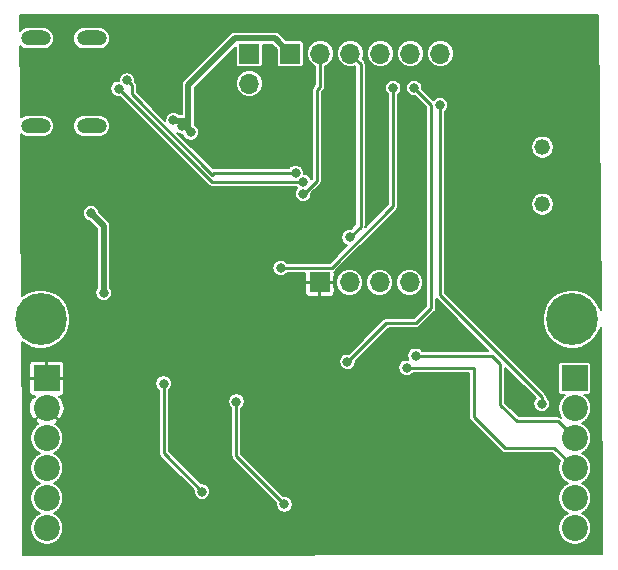
<source format=gbl>
G04 #@! TF.GenerationSoftware,KiCad,Pcbnew,(5.1.2-1)-1*
G04 #@! TF.CreationDate,2019-05-13T23:44:12-03:00*
G04 #@! TF.ProjectId,Capivara,43617069-7661-4726-912e-6b696361645f,rev?*
G04 #@! TF.SameCoordinates,Original*
G04 #@! TF.FileFunction,Copper,L2,Bot*
G04 #@! TF.FilePolarity,Positive*
%FSLAX46Y46*%
G04 Gerber Fmt 4.6, Leading zero omitted, Abs format (unit mm)*
G04 Created by KiCad (PCBNEW (5.1.2-1)-1) date 2019-05-13 23:44:12*
%MOMM*%
%LPD*%
G04 APERTURE LIST*
%ADD10O,1.700000X1.700000*%
%ADD11R,1.700000X1.700000*%
%ADD12C,4.400000*%
%ADD13C,2.200000*%
%ADD14R,2.200000X2.200000*%
%ADD15O,2.540000X1.270000*%
%ADD16C,1.320800*%
%ADD17C,0.800000*%
%ADD18C,0.500000*%
%ADD19C,0.250000*%
%ADD20C,0.200000*%
G04 APERTURE END LIST*
D10*
X48768000Y-49784000D03*
D11*
X48768000Y-47244000D03*
D12*
X76115000Y-69731000D03*
X31115000Y-69731000D03*
D11*
X54737000Y-66611500D03*
D10*
X57277000Y-66611500D03*
X59817000Y-66611500D03*
X62357000Y-66611500D03*
D11*
X52260500Y-47244000D03*
D10*
X54800500Y-47244000D03*
X57340500Y-47244000D03*
X59880500Y-47244000D03*
X62420500Y-47244000D03*
X64960500Y-47244000D03*
D13*
X31623000Y-87439500D03*
X31623000Y-84899500D03*
X31623000Y-82359500D03*
X31623000Y-79819500D03*
X31623000Y-77279500D03*
D14*
X31623000Y-74739500D03*
X76327000Y-74739500D03*
D13*
X76327000Y-77279500D03*
X76327000Y-79819500D03*
X76327000Y-82359500D03*
X76327000Y-84899500D03*
X76327000Y-87439500D03*
D15*
X35432500Y-53357000D03*
X30682500Y-53357000D03*
X30682500Y-45957000D03*
X35432500Y-45957000D03*
D16*
X73596500Y-55181500D03*
X73596500Y-60007500D03*
D17*
X41529000Y-63119000D03*
X41465500Y-62166500D03*
X41465500Y-64071500D03*
X33528000Y-64262000D03*
X33528000Y-61722000D03*
X39941500Y-48323500D03*
X62801500Y-69088000D03*
X65913000Y-59563000D03*
X69850000Y-64770000D03*
X68199000Y-63563500D03*
X57086500Y-50736500D03*
X55943500Y-50673000D03*
X36449000Y-67500500D03*
X35369500Y-60769500D03*
X56197500Y-61150500D03*
X56134000Y-62801500D03*
X46101000Y-60896500D03*
X44831000Y-59499500D03*
X46101000Y-52705000D03*
X60833000Y-74993500D03*
X62928500Y-71564500D03*
X63055500Y-78740000D03*
X63055500Y-80073500D03*
X66929000Y-56171000D03*
X68453000Y-56134000D03*
X69850000Y-56134000D03*
X73533000Y-76898500D03*
X64923500Y-51625500D03*
X57086500Y-73342500D03*
X62738000Y-50165000D03*
X53340000Y-59102503D03*
X57277000Y-62801500D03*
X62865000Y-72834500D03*
X62103000Y-73850500D03*
X37719000Y-50228500D03*
X53340000Y-58102500D03*
X44767500Y-84328000D03*
X41529000Y-75184000D03*
X51435000Y-65405000D03*
X60960000Y-50165000D03*
X47688500Y-76708000D03*
X51752500Y-85407500D03*
X38426108Y-49521392D03*
X52688810Y-57343583D03*
X43116500Y-53403500D03*
X42354500Y-52895500D03*
X43815000Y-53911500D03*
D18*
X41529000Y-63119000D02*
X41973500Y-63119000D01*
X41465500Y-62166500D02*
X42031185Y-62166500D01*
X41465500Y-64071500D02*
X42037000Y-64071500D01*
X33528000Y-64262000D02*
X34093685Y-64262000D01*
X33528000Y-61722000D02*
X34093685Y-61722000D01*
X39941500Y-48323500D02*
X40449500Y-48323500D01*
X62801500Y-69088000D02*
X62230000Y-69088000D01*
D19*
X65913000Y-59563000D02*
X66478685Y-59563000D01*
X69850000Y-64770000D02*
X69850000Y-64204315D01*
X68199000Y-63563500D02*
X68643500Y-63563500D01*
D18*
X36449000Y-61849000D02*
X35369500Y-60769500D01*
X36449000Y-67500500D02*
X36449000Y-61849000D01*
D19*
X64923500Y-67723315D02*
X64923500Y-51625500D01*
X73533000Y-76332815D02*
X64923500Y-67723315D01*
X73533000Y-76898500D02*
X73533000Y-76332815D01*
X57086500Y-73342500D02*
X60388500Y-70040500D01*
X62922002Y-70040500D02*
X64198500Y-68764002D01*
X60388500Y-70040500D02*
X62922002Y-70040500D01*
X64198500Y-51625500D02*
X62738000Y-50165000D01*
X64198500Y-68764002D02*
X64198500Y-51625500D01*
X53412999Y-59102503D02*
X53340000Y-59102503D01*
X54483000Y-58032502D02*
X53412999Y-59102503D01*
X54483000Y-50355500D02*
X54483000Y-58032502D01*
X54800500Y-50038000D02*
X54800500Y-47244000D01*
X54483000Y-50355500D02*
X54800500Y-50038000D01*
X58190499Y-61888001D02*
X57277000Y-62801500D01*
X58190499Y-48093999D02*
X58190499Y-61888001D01*
X57340500Y-47244000D02*
X58190499Y-48093999D01*
X76327000Y-79819500D02*
X74901999Y-78394499D01*
X69342000Y-72834500D02*
X62865000Y-72834500D01*
X70040500Y-73533000D02*
X69342000Y-72834500D01*
X70040500Y-73533000D02*
X70040500Y-77025500D01*
X71409499Y-78394499D02*
X74901999Y-78394499D01*
X70040500Y-77025500D02*
X71409499Y-78394499D01*
X76327000Y-82359500D02*
X74612500Y-80645000D01*
X67818000Y-73850500D02*
X62103000Y-73850500D01*
X67818000Y-73850500D02*
X67818000Y-78041500D01*
X70421500Y-80645000D02*
X74612500Y-80645000D01*
X67818000Y-78041500D02*
X70421500Y-80645000D01*
X45593000Y-58102500D02*
X53340000Y-58102500D01*
X37719000Y-50228500D02*
X45593000Y-58102500D01*
X41529000Y-81089500D02*
X41529000Y-75184000D01*
X44767500Y-84328000D02*
X41529000Y-81089500D01*
X60960000Y-60191502D02*
X60960000Y-50165000D01*
X55746502Y-65405000D02*
X60960000Y-60191502D01*
X51435000Y-65405000D02*
X55746502Y-65405000D01*
X47688500Y-81343500D02*
X51752500Y-85407500D01*
X47688500Y-76708000D02*
X47688500Y-81343500D01*
X38826107Y-49921391D02*
X38826107Y-50699197D01*
X38426108Y-49521392D02*
X38826107Y-49921391D01*
X38826107Y-50699197D02*
X45625455Y-57498545D01*
X45780417Y-57343583D02*
X52688810Y-57343583D01*
X45625455Y-57498545D02*
X45780417Y-57343583D01*
D18*
X43592750Y-52927250D02*
X43592750Y-53689250D01*
X43592750Y-52927250D02*
X43116500Y-53403500D01*
X42386250Y-52927250D02*
X42354500Y-52895500D01*
X43592750Y-52927250D02*
X42386250Y-52927250D01*
X43592750Y-53689250D02*
X43815000Y-53911500D01*
X50960499Y-45943999D02*
X52260500Y-47244000D01*
X47557999Y-45943999D02*
X50960499Y-45943999D01*
X43592750Y-49909248D02*
X47557999Y-45943999D01*
X43592750Y-52927250D02*
X43592750Y-49909248D01*
D20*
G36*
X78514750Y-68991694D02*
G01*
X78330471Y-68546806D01*
X78056876Y-68137343D01*
X77708657Y-67789124D01*
X77299194Y-67515529D01*
X76844223Y-67327074D01*
X76361228Y-67231000D01*
X75868772Y-67231000D01*
X75385777Y-67327074D01*
X74930806Y-67515529D01*
X74521343Y-67789124D01*
X74173124Y-68137343D01*
X73899529Y-68546806D01*
X73711074Y-69001777D01*
X73615000Y-69484772D01*
X73615000Y-69977228D01*
X73711074Y-70460223D01*
X73899529Y-70915194D01*
X74173124Y-71324657D01*
X74521343Y-71672876D01*
X74930806Y-71946471D01*
X75385777Y-72134926D01*
X75868772Y-72231000D01*
X76361228Y-72231000D01*
X76844223Y-72134926D01*
X77299194Y-71946471D01*
X77708657Y-71672876D01*
X78056876Y-71324657D01*
X78330471Y-70915194D01*
X78518926Y-70460223D01*
X78525730Y-70426018D01*
X78672954Y-89657378D01*
X29656662Y-89720625D01*
X29594654Y-79681612D01*
X30223000Y-79681612D01*
X30223000Y-79957388D01*
X30276801Y-80227865D01*
X30382336Y-80482649D01*
X30535549Y-80711948D01*
X30730552Y-80906951D01*
X30959851Y-81060164D01*
X31030674Y-81089500D01*
X30959851Y-81118836D01*
X30730552Y-81272049D01*
X30535549Y-81467052D01*
X30382336Y-81696351D01*
X30276801Y-81951135D01*
X30223000Y-82221612D01*
X30223000Y-82497388D01*
X30276801Y-82767865D01*
X30382336Y-83022649D01*
X30535549Y-83251948D01*
X30730552Y-83446951D01*
X30959851Y-83600164D01*
X31030674Y-83629500D01*
X30959851Y-83658836D01*
X30730552Y-83812049D01*
X30535549Y-84007052D01*
X30382336Y-84236351D01*
X30276801Y-84491135D01*
X30223000Y-84761612D01*
X30223000Y-85037388D01*
X30276801Y-85307865D01*
X30382336Y-85562649D01*
X30535549Y-85791948D01*
X30730552Y-85986951D01*
X30959851Y-86140164D01*
X31030674Y-86169500D01*
X30959851Y-86198836D01*
X30730552Y-86352049D01*
X30535549Y-86547052D01*
X30382336Y-86776351D01*
X30276801Y-87031135D01*
X30223000Y-87301612D01*
X30223000Y-87577388D01*
X30276801Y-87847865D01*
X30382336Y-88102649D01*
X30535549Y-88331948D01*
X30730552Y-88526951D01*
X30959851Y-88680164D01*
X31214635Y-88785699D01*
X31485112Y-88839500D01*
X31760888Y-88839500D01*
X32031365Y-88785699D01*
X32286149Y-88680164D01*
X32515448Y-88526951D01*
X32710451Y-88331948D01*
X32863664Y-88102649D01*
X32969199Y-87847865D01*
X33023000Y-87577388D01*
X33023000Y-87301612D01*
X32969199Y-87031135D01*
X32863664Y-86776351D01*
X32710451Y-86547052D01*
X32515448Y-86352049D01*
X32286149Y-86198836D01*
X32215326Y-86169500D01*
X32286149Y-86140164D01*
X32515448Y-85986951D01*
X32710451Y-85791948D01*
X32863664Y-85562649D01*
X32969199Y-85307865D01*
X33023000Y-85037388D01*
X33023000Y-84761612D01*
X32969199Y-84491135D01*
X32863664Y-84236351D01*
X32710451Y-84007052D01*
X32515448Y-83812049D01*
X32286149Y-83658836D01*
X32215326Y-83629500D01*
X32286149Y-83600164D01*
X32515448Y-83446951D01*
X32710451Y-83251948D01*
X32863664Y-83022649D01*
X32969199Y-82767865D01*
X33023000Y-82497388D01*
X33023000Y-82221612D01*
X32969199Y-81951135D01*
X32863664Y-81696351D01*
X32710451Y-81467052D01*
X32515448Y-81272049D01*
X32286149Y-81118836D01*
X32215326Y-81089500D01*
X32286149Y-81060164D01*
X32515448Y-80906951D01*
X32710451Y-80711948D01*
X32863664Y-80482649D01*
X32969199Y-80227865D01*
X33023000Y-79957388D01*
X33023000Y-79681612D01*
X32969199Y-79411135D01*
X32863664Y-79156351D01*
X32710451Y-78927052D01*
X32515448Y-78732049D01*
X32325253Y-78604964D01*
X32452740Y-78537816D01*
X32468005Y-78527616D01*
X32582098Y-78309308D01*
X31623000Y-77350211D01*
X30663902Y-78309308D01*
X30777995Y-78527616D01*
X30920685Y-78605006D01*
X30730552Y-78732049D01*
X30535549Y-78927052D01*
X30382336Y-79156351D01*
X30276801Y-79411135D01*
X30223000Y-79681612D01*
X29594654Y-79681612D01*
X29579759Y-77270320D01*
X30115770Y-77270320D01*
X30142940Y-77564543D01*
X30226988Y-77847811D01*
X30364684Y-78109240D01*
X30374884Y-78124505D01*
X30593192Y-78238598D01*
X31552289Y-77279500D01*
X31538147Y-77265358D01*
X31608858Y-77194647D01*
X31623000Y-77208789D01*
X31637142Y-77194647D01*
X31707853Y-77265358D01*
X31693711Y-77279500D01*
X32652808Y-78238598D01*
X32871116Y-78124505D01*
X33011985Y-77864774D01*
X33099478Y-77582550D01*
X33130230Y-77288680D01*
X33103060Y-76994457D01*
X33019012Y-76711189D01*
X32881316Y-76449760D01*
X32871116Y-76434495D01*
X32652811Y-76320403D01*
X32723807Y-76249407D01*
X32715820Y-76241420D01*
X32723000Y-76241435D01*
X32801414Y-76233712D01*
X32876814Y-76210840D01*
X32946303Y-76173697D01*
X33007211Y-76123711D01*
X33057197Y-76062803D01*
X33094340Y-75993314D01*
X33117212Y-75917914D01*
X33124935Y-75839500D01*
X33123460Y-75115056D01*
X40829000Y-75115056D01*
X40829000Y-75252944D01*
X40855901Y-75388182D01*
X40908668Y-75515574D01*
X40985274Y-75630224D01*
X41082776Y-75727726D01*
X41104001Y-75741908D01*
X41104000Y-81068633D01*
X41101945Y-81089500D01*
X41104000Y-81110367D01*
X41104000Y-81110373D01*
X41110150Y-81172813D01*
X41134452Y-81252926D01*
X41173916Y-81326759D01*
X41227026Y-81391474D01*
X41243244Y-81404784D01*
X44072480Y-84234020D01*
X44067500Y-84259056D01*
X44067500Y-84396944D01*
X44094401Y-84532182D01*
X44147168Y-84659574D01*
X44223774Y-84774224D01*
X44321276Y-84871726D01*
X44435926Y-84948332D01*
X44563318Y-85001099D01*
X44698556Y-85028000D01*
X44836444Y-85028000D01*
X44971682Y-85001099D01*
X45099074Y-84948332D01*
X45213724Y-84871726D01*
X45311226Y-84774224D01*
X45387832Y-84659574D01*
X45440599Y-84532182D01*
X45467500Y-84396944D01*
X45467500Y-84259056D01*
X45440599Y-84123818D01*
X45387832Y-83996426D01*
X45311226Y-83881776D01*
X45213724Y-83784274D01*
X45099074Y-83707668D01*
X44971682Y-83654901D01*
X44836444Y-83628000D01*
X44698556Y-83628000D01*
X44673520Y-83632980D01*
X41954000Y-80913460D01*
X41954000Y-76639056D01*
X46988500Y-76639056D01*
X46988500Y-76776944D01*
X47015401Y-76912182D01*
X47068168Y-77039574D01*
X47144774Y-77154224D01*
X47242276Y-77251726D01*
X47263500Y-77265907D01*
X47263501Y-81322623D01*
X47261445Y-81343500D01*
X47269650Y-81426814D01*
X47293953Y-81506927D01*
X47333417Y-81580760D01*
X47386527Y-81645474D01*
X47402739Y-81658779D01*
X51057480Y-85313521D01*
X51052500Y-85338556D01*
X51052500Y-85476444D01*
X51079401Y-85611682D01*
X51132168Y-85739074D01*
X51208774Y-85853724D01*
X51306276Y-85951226D01*
X51420926Y-86027832D01*
X51548318Y-86080599D01*
X51683556Y-86107500D01*
X51821444Y-86107500D01*
X51956682Y-86080599D01*
X52084074Y-86027832D01*
X52198724Y-85951226D01*
X52296226Y-85853724D01*
X52372832Y-85739074D01*
X52425599Y-85611682D01*
X52452500Y-85476444D01*
X52452500Y-85338556D01*
X52425599Y-85203318D01*
X52372832Y-85075926D01*
X52296226Y-84961276D01*
X52198724Y-84863774D01*
X52084074Y-84787168D01*
X51956682Y-84734401D01*
X51821444Y-84707500D01*
X51683556Y-84707500D01*
X51658521Y-84712480D01*
X48113500Y-81167460D01*
X48113500Y-77265907D01*
X48134724Y-77251726D01*
X48232226Y-77154224D01*
X48308832Y-77039574D01*
X48361599Y-76912182D01*
X48388500Y-76776944D01*
X48388500Y-76639056D01*
X48361599Y-76503818D01*
X48308832Y-76376426D01*
X48232226Y-76261776D01*
X48134724Y-76164274D01*
X48020074Y-76087668D01*
X47892682Y-76034901D01*
X47757444Y-76008000D01*
X47619556Y-76008000D01*
X47484318Y-76034901D01*
X47356926Y-76087668D01*
X47242276Y-76164274D01*
X47144774Y-76261776D01*
X47068168Y-76376426D01*
X47015401Y-76503818D01*
X46988500Y-76639056D01*
X41954000Y-76639056D01*
X41954000Y-75741907D01*
X41975224Y-75727726D01*
X42072726Y-75630224D01*
X42149332Y-75515574D01*
X42202099Y-75388182D01*
X42229000Y-75252944D01*
X42229000Y-75115056D01*
X42202099Y-74979818D01*
X42149332Y-74852426D01*
X42072726Y-74737776D01*
X41975224Y-74640274D01*
X41860574Y-74563668D01*
X41733182Y-74510901D01*
X41597944Y-74484000D01*
X41460056Y-74484000D01*
X41324818Y-74510901D01*
X41197426Y-74563668D01*
X41082776Y-74640274D01*
X40985274Y-74737776D01*
X40908668Y-74852426D01*
X40855901Y-74979818D01*
X40829000Y-75115056D01*
X33123460Y-75115056D01*
X33123000Y-74889500D01*
X33023000Y-74789500D01*
X31673000Y-74789500D01*
X31673000Y-74809500D01*
X31573000Y-74809500D01*
X31573000Y-74789500D01*
X30223000Y-74789500D01*
X30123000Y-74889500D01*
X30121065Y-75839500D01*
X30128788Y-75917914D01*
X30151660Y-75993314D01*
X30188803Y-76062803D01*
X30238789Y-76123711D01*
X30299697Y-76173697D01*
X30369186Y-76210840D01*
X30444586Y-76233712D01*
X30523000Y-76241435D01*
X30530180Y-76241420D01*
X30522193Y-76249407D01*
X30593189Y-76320403D01*
X30374884Y-76434495D01*
X30234015Y-76694226D01*
X30146522Y-76976450D01*
X30115770Y-77270320D01*
X29579759Y-77270320D01*
X29557332Y-73639500D01*
X30121065Y-73639500D01*
X30123000Y-74589500D01*
X30223000Y-74689500D01*
X31573000Y-74689500D01*
X31573000Y-73339500D01*
X31673000Y-73339500D01*
X31673000Y-74689500D01*
X33023000Y-74689500D01*
X33123000Y-74589500D01*
X33124935Y-73639500D01*
X33117212Y-73561086D01*
X33094340Y-73485686D01*
X33057197Y-73416197D01*
X33007211Y-73355289D01*
X32946303Y-73305303D01*
X32886910Y-73273556D01*
X56386500Y-73273556D01*
X56386500Y-73411444D01*
X56413401Y-73546682D01*
X56466168Y-73674074D01*
X56542774Y-73788724D01*
X56640276Y-73886226D01*
X56754926Y-73962832D01*
X56882318Y-74015599D01*
X57017556Y-74042500D01*
X57155444Y-74042500D01*
X57290682Y-74015599D01*
X57418074Y-73962832D01*
X57532724Y-73886226D01*
X57630226Y-73788724D01*
X57706832Y-73674074D01*
X57759599Y-73546682D01*
X57786500Y-73411444D01*
X57786500Y-73273556D01*
X57781520Y-73248520D01*
X60564541Y-70465500D01*
X62901135Y-70465500D01*
X62922002Y-70467555D01*
X62942869Y-70465500D01*
X62942876Y-70465500D01*
X63005316Y-70459350D01*
X63085429Y-70435048D01*
X63159262Y-70395584D01*
X63223976Y-70342474D01*
X63237285Y-70326257D01*
X64484263Y-69079280D01*
X64500474Y-69065976D01*
X64553584Y-69001262D01*
X64579301Y-68953147D01*
X64593048Y-68927430D01*
X64617350Y-68847316D01*
X64617350Y-68847315D01*
X64623500Y-68784876D01*
X64623500Y-68784869D01*
X64625555Y-68764002D01*
X64623500Y-68743135D01*
X64623500Y-68026909D01*
X64637744Y-68038599D01*
X69008645Y-72409500D01*
X63422907Y-72409500D01*
X63408726Y-72388276D01*
X63311224Y-72290774D01*
X63196574Y-72214168D01*
X63069182Y-72161401D01*
X62933944Y-72134500D01*
X62796056Y-72134500D01*
X62660818Y-72161401D01*
X62533426Y-72214168D01*
X62418776Y-72290774D01*
X62321274Y-72388276D01*
X62244668Y-72502926D01*
X62191901Y-72630318D01*
X62165000Y-72765556D01*
X62165000Y-72903444D01*
X62191901Y-73038682D01*
X62244168Y-73164866D01*
X62171944Y-73150500D01*
X62034056Y-73150500D01*
X61898818Y-73177401D01*
X61771426Y-73230168D01*
X61656776Y-73306774D01*
X61559274Y-73404276D01*
X61482668Y-73518926D01*
X61429901Y-73646318D01*
X61403000Y-73781556D01*
X61403000Y-73919444D01*
X61429901Y-74054682D01*
X61482668Y-74182074D01*
X61559274Y-74296724D01*
X61656776Y-74394226D01*
X61771426Y-74470832D01*
X61898818Y-74523599D01*
X62034056Y-74550500D01*
X62171944Y-74550500D01*
X62307182Y-74523599D01*
X62434574Y-74470832D01*
X62549224Y-74394226D01*
X62646726Y-74296724D01*
X62660907Y-74275500D01*
X67393000Y-74275500D01*
X67393001Y-78020623D01*
X67390945Y-78041500D01*
X67399150Y-78124814D01*
X67408987Y-78157240D01*
X67423453Y-78204927D01*
X67462917Y-78278760D01*
X67516027Y-78343474D01*
X67532239Y-78356779D01*
X70106219Y-80930760D01*
X70119526Y-80946974D01*
X70184240Y-81000084D01*
X70258073Y-81039548D01*
X70313883Y-81056478D01*
X70338185Y-81063850D01*
X70346598Y-81064679D01*
X70400626Y-81070000D01*
X70400632Y-81070000D01*
X70421499Y-81072055D01*
X70442366Y-81070000D01*
X74436460Y-81070000D01*
X75079446Y-81712986D01*
X74980801Y-81951135D01*
X74927000Y-82221612D01*
X74927000Y-82497388D01*
X74980801Y-82767865D01*
X75086336Y-83022649D01*
X75239549Y-83251948D01*
X75434552Y-83446951D01*
X75663851Y-83600164D01*
X75734674Y-83629500D01*
X75663851Y-83658836D01*
X75434552Y-83812049D01*
X75239549Y-84007052D01*
X75086336Y-84236351D01*
X74980801Y-84491135D01*
X74927000Y-84761612D01*
X74927000Y-85037388D01*
X74980801Y-85307865D01*
X75086336Y-85562649D01*
X75239549Y-85791948D01*
X75434552Y-85986951D01*
X75663851Y-86140164D01*
X75734674Y-86169500D01*
X75663851Y-86198836D01*
X75434552Y-86352049D01*
X75239549Y-86547052D01*
X75086336Y-86776351D01*
X74980801Y-87031135D01*
X74927000Y-87301612D01*
X74927000Y-87577388D01*
X74980801Y-87847865D01*
X75086336Y-88102649D01*
X75239549Y-88331948D01*
X75434552Y-88526951D01*
X75663851Y-88680164D01*
X75918635Y-88785699D01*
X76189112Y-88839500D01*
X76464888Y-88839500D01*
X76735365Y-88785699D01*
X76990149Y-88680164D01*
X77219448Y-88526951D01*
X77414451Y-88331948D01*
X77567664Y-88102649D01*
X77673199Y-87847865D01*
X77727000Y-87577388D01*
X77727000Y-87301612D01*
X77673199Y-87031135D01*
X77567664Y-86776351D01*
X77414451Y-86547052D01*
X77219448Y-86352049D01*
X76990149Y-86198836D01*
X76919326Y-86169500D01*
X76990149Y-86140164D01*
X77219448Y-85986951D01*
X77414451Y-85791948D01*
X77567664Y-85562649D01*
X77673199Y-85307865D01*
X77727000Y-85037388D01*
X77727000Y-84761612D01*
X77673199Y-84491135D01*
X77567664Y-84236351D01*
X77414451Y-84007052D01*
X77219448Y-83812049D01*
X76990149Y-83658836D01*
X76919326Y-83629500D01*
X76990149Y-83600164D01*
X77219448Y-83446951D01*
X77414451Y-83251948D01*
X77567664Y-83022649D01*
X77673199Y-82767865D01*
X77727000Y-82497388D01*
X77727000Y-82221612D01*
X77673199Y-81951135D01*
X77567664Y-81696351D01*
X77414451Y-81467052D01*
X77219448Y-81272049D01*
X76990149Y-81118836D01*
X76919326Y-81089500D01*
X76990149Y-81060164D01*
X77219448Y-80906951D01*
X77414451Y-80711948D01*
X77567664Y-80482649D01*
X77673199Y-80227865D01*
X77727000Y-79957388D01*
X77727000Y-79681612D01*
X77673199Y-79411135D01*
X77567664Y-79156351D01*
X77414451Y-78927052D01*
X77219448Y-78732049D01*
X76990149Y-78578836D01*
X76919326Y-78549500D01*
X76990149Y-78520164D01*
X77219448Y-78366951D01*
X77414451Y-78171948D01*
X77567664Y-77942649D01*
X77673199Y-77687865D01*
X77727000Y-77417388D01*
X77727000Y-77141612D01*
X77673199Y-76871135D01*
X77567664Y-76616351D01*
X77414451Y-76387052D01*
X77219448Y-76192049D01*
X77142975Y-76140951D01*
X77427000Y-76140951D01*
X77485810Y-76135159D01*
X77542360Y-76118004D01*
X77594477Y-76090147D01*
X77640158Y-76052658D01*
X77677647Y-76006977D01*
X77705504Y-75954860D01*
X77722659Y-75898310D01*
X77728451Y-75839500D01*
X77728451Y-73639500D01*
X77722659Y-73580690D01*
X77705504Y-73524140D01*
X77677647Y-73472023D01*
X77640158Y-73426342D01*
X77594477Y-73388853D01*
X77542360Y-73360996D01*
X77485810Y-73343841D01*
X77427000Y-73338049D01*
X75227000Y-73338049D01*
X75168190Y-73343841D01*
X75111640Y-73360996D01*
X75059523Y-73388853D01*
X75013842Y-73426342D01*
X74976353Y-73472023D01*
X74948496Y-73524140D01*
X74931341Y-73580690D01*
X74925549Y-73639500D01*
X74925549Y-75839500D01*
X74931341Y-75898310D01*
X74948496Y-75954860D01*
X74976353Y-76006977D01*
X75013842Y-76052658D01*
X75059523Y-76090147D01*
X75111640Y-76118004D01*
X75168190Y-76135159D01*
X75227000Y-76140951D01*
X75511025Y-76140951D01*
X75434552Y-76192049D01*
X75239549Y-76387052D01*
X75086336Y-76616351D01*
X74980801Y-76871135D01*
X74927000Y-77141612D01*
X74927000Y-77417388D01*
X74980801Y-77687865D01*
X75086336Y-77942649D01*
X75165241Y-78060738D01*
X75139259Y-78039415D01*
X75065426Y-77999951D01*
X74985313Y-77975649D01*
X74922873Y-77969499D01*
X74922866Y-77969499D01*
X74901999Y-77967444D01*
X74881132Y-77969499D01*
X71585540Y-77969499D01*
X70465500Y-76849460D01*
X70465500Y-73866355D01*
X73020348Y-76421203D01*
X72989274Y-76452276D01*
X72912668Y-76566926D01*
X72859901Y-76694318D01*
X72833000Y-76829556D01*
X72833000Y-76967444D01*
X72859901Y-77102682D01*
X72912668Y-77230074D01*
X72989274Y-77344724D01*
X73086776Y-77442226D01*
X73201426Y-77518832D01*
X73328818Y-77571599D01*
X73464056Y-77598500D01*
X73601944Y-77598500D01*
X73737182Y-77571599D01*
X73864574Y-77518832D01*
X73979224Y-77442226D01*
X74076726Y-77344724D01*
X74153332Y-77230074D01*
X74206099Y-77102682D01*
X74233000Y-76967444D01*
X74233000Y-76829556D01*
X74206099Y-76694318D01*
X74153332Y-76566926D01*
X74076726Y-76452276D01*
X73979224Y-76354774D01*
X73959209Y-76341401D01*
X73960055Y-76332815D01*
X73958000Y-76311948D01*
X73958000Y-76311941D01*
X73951850Y-76249501D01*
X73927548Y-76169388D01*
X73888084Y-76095555D01*
X73834974Y-76030841D01*
X73818756Y-76017531D01*
X65348500Y-67547275D01*
X65348500Y-59912909D01*
X72636100Y-59912909D01*
X72636100Y-60102091D01*
X72673008Y-60287638D01*
X72745405Y-60462420D01*
X72850509Y-60619719D01*
X72984281Y-60753491D01*
X73141580Y-60858595D01*
X73316362Y-60930992D01*
X73501909Y-60967900D01*
X73691091Y-60967900D01*
X73876638Y-60930992D01*
X74051420Y-60858595D01*
X74208719Y-60753491D01*
X74342491Y-60619719D01*
X74447595Y-60462420D01*
X74519992Y-60287638D01*
X74556900Y-60102091D01*
X74556900Y-59912909D01*
X74519992Y-59727362D01*
X74447595Y-59552580D01*
X74342491Y-59395281D01*
X74208719Y-59261509D01*
X74051420Y-59156405D01*
X73876638Y-59084008D01*
X73691091Y-59047100D01*
X73501909Y-59047100D01*
X73316362Y-59084008D01*
X73141580Y-59156405D01*
X72984281Y-59261509D01*
X72850509Y-59395281D01*
X72745405Y-59552580D01*
X72673008Y-59727362D01*
X72636100Y-59912909D01*
X65348500Y-59912909D01*
X65348500Y-55086909D01*
X72636100Y-55086909D01*
X72636100Y-55276091D01*
X72673008Y-55461638D01*
X72745405Y-55636420D01*
X72850509Y-55793719D01*
X72984281Y-55927491D01*
X73141580Y-56032595D01*
X73316362Y-56104992D01*
X73501909Y-56141900D01*
X73691091Y-56141900D01*
X73876638Y-56104992D01*
X74051420Y-56032595D01*
X74208719Y-55927491D01*
X74342491Y-55793719D01*
X74447595Y-55636420D01*
X74519992Y-55461638D01*
X74556900Y-55276091D01*
X74556900Y-55086909D01*
X74519992Y-54901362D01*
X74447595Y-54726580D01*
X74342491Y-54569281D01*
X74208719Y-54435509D01*
X74051420Y-54330405D01*
X73876638Y-54258008D01*
X73691091Y-54221100D01*
X73501909Y-54221100D01*
X73316362Y-54258008D01*
X73141580Y-54330405D01*
X72984281Y-54435509D01*
X72850509Y-54569281D01*
X72745405Y-54726580D01*
X72673008Y-54901362D01*
X72636100Y-55086909D01*
X65348500Y-55086909D01*
X65348500Y-52183407D01*
X65369724Y-52169226D01*
X65467226Y-52071724D01*
X65543832Y-51957074D01*
X65596599Y-51829682D01*
X65623500Y-51694444D01*
X65623500Y-51556556D01*
X65596599Y-51421318D01*
X65543832Y-51293926D01*
X65467226Y-51179276D01*
X65369724Y-51081774D01*
X65255074Y-51005168D01*
X65127682Y-50952401D01*
X64992444Y-50925500D01*
X64854556Y-50925500D01*
X64719318Y-50952401D01*
X64591926Y-51005168D01*
X64477276Y-51081774D01*
X64379774Y-51179276D01*
X64369177Y-51195136D01*
X63433020Y-50258980D01*
X63438000Y-50233944D01*
X63438000Y-50096056D01*
X63411099Y-49960818D01*
X63358332Y-49833426D01*
X63281726Y-49718776D01*
X63184224Y-49621274D01*
X63069574Y-49544668D01*
X62942182Y-49491901D01*
X62806944Y-49465000D01*
X62669056Y-49465000D01*
X62533818Y-49491901D01*
X62406426Y-49544668D01*
X62291776Y-49621274D01*
X62194274Y-49718776D01*
X62117668Y-49833426D01*
X62064901Y-49960818D01*
X62038000Y-50096056D01*
X62038000Y-50233944D01*
X62064901Y-50369182D01*
X62117668Y-50496574D01*
X62194274Y-50611224D01*
X62291776Y-50708726D01*
X62406426Y-50785332D01*
X62533818Y-50838099D01*
X62669056Y-50865000D01*
X62806944Y-50865000D01*
X62831980Y-50860020D01*
X63773501Y-51801542D01*
X63773500Y-68587961D01*
X62745962Y-69615500D01*
X60409366Y-69615500D01*
X60388499Y-69613445D01*
X60367632Y-69615500D01*
X60367626Y-69615500D01*
X60313598Y-69620821D01*
X60305185Y-69621650D01*
X60280883Y-69629022D01*
X60225073Y-69645952D01*
X60151240Y-69685416D01*
X60086526Y-69738526D01*
X60073221Y-69754738D01*
X57180480Y-72647480D01*
X57155444Y-72642500D01*
X57017556Y-72642500D01*
X56882318Y-72669401D01*
X56754926Y-72722168D01*
X56640276Y-72798774D01*
X56542774Y-72896276D01*
X56466168Y-73010926D01*
X56413401Y-73138318D01*
X56386500Y-73273556D01*
X32886910Y-73273556D01*
X32876814Y-73268160D01*
X32801414Y-73245288D01*
X32723000Y-73237565D01*
X31773000Y-73239500D01*
X31673000Y-73339500D01*
X31573000Y-73339500D01*
X31473000Y-73239500D01*
X30523000Y-73237565D01*
X30444586Y-73245288D01*
X30369186Y-73268160D01*
X30299697Y-73305303D01*
X30238789Y-73355289D01*
X30188803Y-73416197D01*
X30151660Y-73485686D01*
X30128788Y-73561086D01*
X30121065Y-73639500D01*
X29557332Y-73639500D01*
X29545283Y-71688872D01*
X29930806Y-71946471D01*
X30385777Y-72134926D01*
X30868772Y-72231000D01*
X31361228Y-72231000D01*
X31844223Y-72134926D01*
X32299194Y-71946471D01*
X32708657Y-71672876D01*
X33056876Y-71324657D01*
X33330471Y-70915194D01*
X33518926Y-70460223D01*
X33615000Y-69977228D01*
X33615000Y-69484772D01*
X33518926Y-69001777D01*
X33330471Y-68546806D01*
X33056876Y-68137343D01*
X32708657Y-67789124D01*
X32299194Y-67515529D01*
X31844223Y-67327074D01*
X31361228Y-67231000D01*
X30868772Y-67231000D01*
X30385777Y-67327074D01*
X29930806Y-67515529D01*
X29521343Y-67789124D01*
X29521195Y-67789272D01*
X29477410Y-60700556D01*
X34669500Y-60700556D01*
X34669500Y-60838444D01*
X34696401Y-60973682D01*
X34749168Y-61101074D01*
X34825774Y-61215724D01*
X34923276Y-61313226D01*
X35037926Y-61389832D01*
X35165318Y-61442599D01*
X35289480Y-61467297D01*
X35899001Y-62076818D01*
X35899000Y-67063666D01*
X35828668Y-67168926D01*
X35775901Y-67296318D01*
X35749000Y-67431556D01*
X35749000Y-67569444D01*
X35775901Y-67704682D01*
X35828668Y-67832074D01*
X35905274Y-67946724D01*
X36002776Y-68044226D01*
X36117426Y-68120832D01*
X36244818Y-68173599D01*
X36380056Y-68200500D01*
X36517944Y-68200500D01*
X36653182Y-68173599D01*
X36780574Y-68120832D01*
X36895224Y-68044226D01*
X36992726Y-67946724D01*
X37069332Y-67832074D01*
X37122099Y-67704682D01*
X37149000Y-67569444D01*
X37149000Y-67461500D01*
X53485065Y-67461500D01*
X53492788Y-67539914D01*
X53515660Y-67615314D01*
X53552803Y-67684803D01*
X53602789Y-67745711D01*
X53663697Y-67795697D01*
X53733186Y-67832840D01*
X53808586Y-67855712D01*
X53887000Y-67863435D01*
X54587000Y-67861500D01*
X54687000Y-67761500D01*
X54687000Y-66661500D01*
X54787000Y-66661500D01*
X54787000Y-67761500D01*
X54887000Y-67861500D01*
X55587000Y-67863435D01*
X55665414Y-67855712D01*
X55740814Y-67832840D01*
X55810303Y-67795697D01*
X55871211Y-67745711D01*
X55921197Y-67684803D01*
X55958340Y-67615314D01*
X55981212Y-67539914D01*
X55988935Y-67461500D01*
X55987000Y-66761500D01*
X55887000Y-66661500D01*
X54787000Y-66661500D01*
X54687000Y-66661500D01*
X53587000Y-66661500D01*
X53487000Y-66761500D01*
X53485065Y-67461500D01*
X37149000Y-67461500D01*
X37149000Y-67431556D01*
X37122099Y-67296318D01*
X37069332Y-67168926D01*
X36999000Y-67063666D01*
X36999000Y-66611500D01*
X56121436Y-66611500D01*
X56143640Y-66836939D01*
X56209398Y-67053715D01*
X56316184Y-67253497D01*
X56459893Y-67428607D01*
X56635003Y-67572316D01*
X56834785Y-67679102D01*
X57051561Y-67744860D01*
X57220508Y-67761500D01*
X57333492Y-67761500D01*
X57502439Y-67744860D01*
X57719215Y-67679102D01*
X57918997Y-67572316D01*
X58094107Y-67428607D01*
X58237816Y-67253497D01*
X58344602Y-67053715D01*
X58410360Y-66836939D01*
X58432564Y-66611500D01*
X58661436Y-66611500D01*
X58683640Y-66836939D01*
X58749398Y-67053715D01*
X58856184Y-67253497D01*
X58999893Y-67428607D01*
X59175003Y-67572316D01*
X59374785Y-67679102D01*
X59591561Y-67744860D01*
X59760508Y-67761500D01*
X59873492Y-67761500D01*
X60042439Y-67744860D01*
X60259215Y-67679102D01*
X60458997Y-67572316D01*
X60634107Y-67428607D01*
X60777816Y-67253497D01*
X60884602Y-67053715D01*
X60950360Y-66836939D01*
X60972564Y-66611500D01*
X61201436Y-66611500D01*
X61223640Y-66836939D01*
X61289398Y-67053715D01*
X61396184Y-67253497D01*
X61539893Y-67428607D01*
X61715003Y-67572316D01*
X61914785Y-67679102D01*
X62131561Y-67744860D01*
X62300508Y-67761500D01*
X62413492Y-67761500D01*
X62582439Y-67744860D01*
X62799215Y-67679102D01*
X62998997Y-67572316D01*
X63174107Y-67428607D01*
X63317816Y-67253497D01*
X63424602Y-67053715D01*
X63490360Y-66836939D01*
X63512564Y-66611500D01*
X63490360Y-66386061D01*
X63424602Y-66169285D01*
X63317816Y-65969503D01*
X63174107Y-65794393D01*
X62998997Y-65650684D01*
X62799215Y-65543898D01*
X62582439Y-65478140D01*
X62413492Y-65461500D01*
X62300508Y-65461500D01*
X62131561Y-65478140D01*
X61914785Y-65543898D01*
X61715003Y-65650684D01*
X61539893Y-65794393D01*
X61396184Y-65969503D01*
X61289398Y-66169285D01*
X61223640Y-66386061D01*
X61201436Y-66611500D01*
X60972564Y-66611500D01*
X60950360Y-66386061D01*
X60884602Y-66169285D01*
X60777816Y-65969503D01*
X60634107Y-65794393D01*
X60458997Y-65650684D01*
X60259215Y-65543898D01*
X60042439Y-65478140D01*
X59873492Y-65461500D01*
X59760508Y-65461500D01*
X59591561Y-65478140D01*
X59374785Y-65543898D01*
X59175003Y-65650684D01*
X58999893Y-65794393D01*
X58856184Y-65969503D01*
X58749398Y-66169285D01*
X58683640Y-66386061D01*
X58661436Y-66611500D01*
X58432564Y-66611500D01*
X58410360Y-66386061D01*
X58344602Y-66169285D01*
X58237816Y-65969503D01*
X58094107Y-65794393D01*
X57918997Y-65650684D01*
X57719215Y-65543898D01*
X57502439Y-65478140D01*
X57333492Y-65461500D01*
X57220508Y-65461500D01*
X57051561Y-65478140D01*
X56834785Y-65543898D01*
X56635003Y-65650684D01*
X56459893Y-65794393D01*
X56316184Y-65969503D01*
X56209398Y-66169285D01*
X56143640Y-66386061D01*
X56121436Y-66611500D01*
X36999000Y-66611500D01*
X36999000Y-65336056D01*
X50735000Y-65336056D01*
X50735000Y-65473944D01*
X50761901Y-65609182D01*
X50814668Y-65736574D01*
X50891274Y-65851224D01*
X50988776Y-65948726D01*
X51103426Y-66025332D01*
X51230818Y-66078099D01*
X51366056Y-66105000D01*
X51503944Y-66105000D01*
X51639182Y-66078099D01*
X51766574Y-66025332D01*
X51881224Y-65948726D01*
X51978726Y-65851224D01*
X51992907Y-65830000D01*
X53485254Y-65830000D01*
X53487000Y-66461500D01*
X53587000Y-66561500D01*
X54687000Y-66561500D01*
X54687000Y-66541500D01*
X54787000Y-66541500D01*
X54787000Y-66561500D01*
X55887000Y-66561500D01*
X55987000Y-66461500D01*
X55988935Y-65761500D01*
X55988419Y-65756262D01*
X56048476Y-65706974D01*
X56061786Y-65690756D01*
X61245758Y-60506784D01*
X61261974Y-60493476D01*
X61315084Y-60428762D01*
X61354548Y-60354929D01*
X61378850Y-60274816D01*
X61385000Y-60212376D01*
X61385000Y-60212375D01*
X61387056Y-60191502D01*
X61385000Y-60170628D01*
X61385000Y-50722907D01*
X61406224Y-50708726D01*
X61503726Y-50611224D01*
X61580332Y-50496574D01*
X61633099Y-50369182D01*
X61660000Y-50233944D01*
X61660000Y-50096056D01*
X61633099Y-49960818D01*
X61580332Y-49833426D01*
X61503726Y-49718776D01*
X61406224Y-49621274D01*
X61291574Y-49544668D01*
X61164182Y-49491901D01*
X61028944Y-49465000D01*
X60891056Y-49465000D01*
X60755818Y-49491901D01*
X60628426Y-49544668D01*
X60513776Y-49621274D01*
X60416274Y-49718776D01*
X60339668Y-49833426D01*
X60286901Y-49960818D01*
X60260000Y-50096056D01*
X60260000Y-50233944D01*
X60286901Y-50369182D01*
X60339668Y-50496574D01*
X60416274Y-50611224D01*
X60513776Y-50708726D01*
X60535001Y-50722908D01*
X60535000Y-60015462D01*
X58612649Y-61937813D01*
X58615499Y-61908875D01*
X58615499Y-61908868D01*
X58617554Y-61888001D01*
X58615499Y-61867134D01*
X58615499Y-48114865D01*
X58617554Y-48093998D01*
X58615499Y-48073131D01*
X58615499Y-48073125D01*
X58609349Y-48010685D01*
X58585047Y-47930572D01*
X58545583Y-47856739D01*
X58492473Y-47792025D01*
X58476262Y-47778721D01*
X58399622Y-47702081D01*
X58408102Y-47686215D01*
X58473860Y-47469439D01*
X58496064Y-47244000D01*
X58724936Y-47244000D01*
X58747140Y-47469439D01*
X58812898Y-47686215D01*
X58919684Y-47885997D01*
X59063393Y-48061107D01*
X59238503Y-48204816D01*
X59438285Y-48311602D01*
X59655061Y-48377360D01*
X59824008Y-48394000D01*
X59936992Y-48394000D01*
X60105939Y-48377360D01*
X60322715Y-48311602D01*
X60522497Y-48204816D01*
X60697607Y-48061107D01*
X60841316Y-47885997D01*
X60948102Y-47686215D01*
X61013860Y-47469439D01*
X61036064Y-47244000D01*
X61264936Y-47244000D01*
X61287140Y-47469439D01*
X61352898Y-47686215D01*
X61459684Y-47885997D01*
X61603393Y-48061107D01*
X61778503Y-48204816D01*
X61978285Y-48311602D01*
X62195061Y-48377360D01*
X62364008Y-48394000D01*
X62476992Y-48394000D01*
X62645939Y-48377360D01*
X62862715Y-48311602D01*
X63062497Y-48204816D01*
X63237607Y-48061107D01*
X63381316Y-47885997D01*
X63488102Y-47686215D01*
X63553860Y-47469439D01*
X63576064Y-47244000D01*
X63804936Y-47244000D01*
X63827140Y-47469439D01*
X63892898Y-47686215D01*
X63999684Y-47885997D01*
X64143393Y-48061107D01*
X64318503Y-48204816D01*
X64518285Y-48311602D01*
X64735061Y-48377360D01*
X64904008Y-48394000D01*
X65016992Y-48394000D01*
X65185939Y-48377360D01*
X65402715Y-48311602D01*
X65602497Y-48204816D01*
X65777607Y-48061107D01*
X65921316Y-47885997D01*
X66028102Y-47686215D01*
X66093860Y-47469439D01*
X66116064Y-47244000D01*
X66093860Y-47018561D01*
X66028102Y-46801785D01*
X65921316Y-46602003D01*
X65777607Y-46426893D01*
X65602497Y-46283184D01*
X65402715Y-46176398D01*
X65185939Y-46110640D01*
X65016992Y-46094000D01*
X64904008Y-46094000D01*
X64735061Y-46110640D01*
X64518285Y-46176398D01*
X64318503Y-46283184D01*
X64143393Y-46426893D01*
X63999684Y-46602003D01*
X63892898Y-46801785D01*
X63827140Y-47018561D01*
X63804936Y-47244000D01*
X63576064Y-47244000D01*
X63553860Y-47018561D01*
X63488102Y-46801785D01*
X63381316Y-46602003D01*
X63237607Y-46426893D01*
X63062497Y-46283184D01*
X62862715Y-46176398D01*
X62645939Y-46110640D01*
X62476992Y-46094000D01*
X62364008Y-46094000D01*
X62195061Y-46110640D01*
X61978285Y-46176398D01*
X61778503Y-46283184D01*
X61603393Y-46426893D01*
X61459684Y-46602003D01*
X61352898Y-46801785D01*
X61287140Y-47018561D01*
X61264936Y-47244000D01*
X61036064Y-47244000D01*
X61013860Y-47018561D01*
X60948102Y-46801785D01*
X60841316Y-46602003D01*
X60697607Y-46426893D01*
X60522497Y-46283184D01*
X60322715Y-46176398D01*
X60105939Y-46110640D01*
X59936992Y-46094000D01*
X59824008Y-46094000D01*
X59655061Y-46110640D01*
X59438285Y-46176398D01*
X59238503Y-46283184D01*
X59063393Y-46426893D01*
X58919684Y-46602003D01*
X58812898Y-46801785D01*
X58747140Y-47018561D01*
X58724936Y-47244000D01*
X58496064Y-47244000D01*
X58473860Y-47018561D01*
X58408102Y-46801785D01*
X58301316Y-46602003D01*
X58157607Y-46426893D01*
X57982497Y-46283184D01*
X57782715Y-46176398D01*
X57565939Y-46110640D01*
X57396992Y-46094000D01*
X57284008Y-46094000D01*
X57115061Y-46110640D01*
X56898285Y-46176398D01*
X56698503Y-46283184D01*
X56523393Y-46426893D01*
X56379684Y-46602003D01*
X56272898Y-46801785D01*
X56207140Y-47018561D01*
X56184936Y-47244000D01*
X56207140Y-47469439D01*
X56272898Y-47686215D01*
X56379684Y-47885997D01*
X56523393Y-48061107D01*
X56698503Y-48204816D01*
X56898285Y-48311602D01*
X57115061Y-48377360D01*
X57284008Y-48394000D01*
X57396992Y-48394000D01*
X57565939Y-48377360D01*
X57765499Y-48316824D01*
X57765500Y-61711959D01*
X57370980Y-62106480D01*
X57345944Y-62101500D01*
X57208056Y-62101500D01*
X57072818Y-62128401D01*
X56945426Y-62181168D01*
X56830776Y-62257774D01*
X56733274Y-62355276D01*
X56656668Y-62469926D01*
X56603901Y-62597318D01*
X56577000Y-62732556D01*
X56577000Y-62870444D01*
X56603901Y-63005682D01*
X56656668Y-63133074D01*
X56733274Y-63247724D01*
X56830776Y-63345226D01*
X56945426Y-63421832D01*
X57072818Y-63474599D01*
X57075358Y-63475104D01*
X55570462Y-64980000D01*
X51992907Y-64980000D01*
X51978726Y-64958776D01*
X51881224Y-64861274D01*
X51766574Y-64784668D01*
X51639182Y-64731901D01*
X51503944Y-64705000D01*
X51366056Y-64705000D01*
X51230818Y-64731901D01*
X51103426Y-64784668D01*
X50988776Y-64861274D01*
X50891274Y-64958776D01*
X50814668Y-65073426D01*
X50761901Y-65200818D01*
X50735000Y-65336056D01*
X36999000Y-65336056D01*
X36999000Y-61876011D01*
X37001660Y-61849000D01*
X36999000Y-61821989D01*
X36999000Y-61821982D01*
X36991042Y-61741181D01*
X36959592Y-61637506D01*
X36908521Y-61541958D01*
X36839790Y-61458210D01*
X36818804Y-61440987D01*
X36067297Y-60689480D01*
X36042599Y-60565318D01*
X35989832Y-60437926D01*
X35913226Y-60323276D01*
X35815724Y-60225774D01*
X35701074Y-60149168D01*
X35573682Y-60096401D01*
X35438444Y-60069500D01*
X35300556Y-60069500D01*
X35165318Y-60096401D01*
X35037926Y-60149168D01*
X34923276Y-60225774D01*
X34825774Y-60323276D01*
X34749168Y-60437926D01*
X34696401Y-60565318D01*
X34669500Y-60700556D01*
X29477410Y-60700556D01*
X29436423Y-54065059D01*
X29525528Y-54138186D01*
X29687960Y-54225007D01*
X29864208Y-54278471D01*
X30001568Y-54292000D01*
X31363432Y-54292000D01*
X31500792Y-54278471D01*
X31677040Y-54225007D01*
X31839472Y-54138186D01*
X31981844Y-54021344D01*
X32098686Y-53878972D01*
X32185507Y-53716540D01*
X32238971Y-53540292D01*
X32257024Y-53357000D01*
X33857976Y-53357000D01*
X33876029Y-53540292D01*
X33929493Y-53716540D01*
X34016314Y-53878972D01*
X34133156Y-54021344D01*
X34275528Y-54138186D01*
X34437960Y-54225007D01*
X34614208Y-54278471D01*
X34751568Y-54292000D01*
X36113432Y-54292000D01*
X36250792Y-54278471D01*
X36427040Y-54225007D01*
X36589472Y-54138186D01*
X36731844Y-54021344D01*
X36848686Y-53878972D01*
X36935507Y-53716540D01*
X36988971Y-53540292D01*
X37007024Y-53357000D01*
X36988971Y-53173708D01*
X36935507Y-52997460D01*
X36848686Y-52835028D01*
X36731844Y-52692656D01*
X36589472Y-52575814D01*
X36427040Y-52488993D01*
X36250792Y-52435529D01*
X36113432Y-52422000D01*
X34751568Y-52422000D01*
X34614208Y-52435529D01*
X34437960Y-52488993D01*
X34275528Y-52575814D01*
X34133156Y-52692656D01*
X34016314Y-52835028D01*
X33929493Y-52997460D01*
X33876029Y-53173708D01*
X33857976Y-53357000D01*
X32257024Y-53357000D01*
X32238971Y-53173708D01*
X32185507Y-52997460D01*
X32098686Y-52835028D01*
X31981844Y-52692656D01*
X31839472Y-52575814D01*
X31677040Y-52488993D01*
X31500792Y-52435529D01*
X31363432Y-52422000D01*
X30001568Y-52422000D01*
X29864208Y-52435529D01*
X29687960Y-52488993D01*
X29525528Y-52575814D01*
X29427720Y-52656083D01*
X29412300Y-50159556D01*
X37019000Y-50159556D01*
X37019000Y-50297444D01*
X37045901Y-50432682D01*
X37098668Y-50560074D01*
X37175274Y-50674724D01*
X37272776Y-50772226D01*
X37387426Y-50848832D01*
X37514818Y-50901599D01*
X37650056Y-50928500D01*
X37787944Y-50928500D01*
X37812980Y-50923520D01*
X45277716Y-58388256D01*
X45291026Y-58404474D01*
X45355740Y-58457584D01*
X45401740Y-58482171D01*
X45429573Y-58497048D01*
X45509686Y-58521350D01*
X45593000Y-58529556D01*
X45613874Y-58527500D01*
X52782093Y-58527500D01*
X52796274Y-58548724D01*
X52850052Y-58602502D01*
X52796274Y-58656279D01*
X52719668Y-58770929D01*
X52666901Y-58898321D01*
X52640000Y-59033559D01*
X52640000Y-59171447D01*
X52666901Y-59306685D01*
X52719668Y-59434077D01*
X52796274Y-59548727D01*
X52893776Y-59646229D01*
X53008426Y-59722835D01*
X53135818Y-59775602D01*
X53271056Y-59802503D01*
X53408944Y-59802503D01*
X53544182Y-59775602D01*
X53671574Y-59722835D01*
X53786224Y-59646229D01*
X53883726Y-59548727D01*
X53960332Y-59434077D01*
X54013099Y-59306685D01*
X54040000Y-59171447D01*
X54040000Y-59076542D01*
X54768762Y-58347781D01*
X54784974Y-58334476D01*
X54838084Y-58269762D01*
X54877548Y-58195929D01*
X54901850Y-58115816D01*
X54908000Y-58053376D01*
X54908000Y-58053369D01*
X54910055Y-58032502D01*
X54908000Y-58011635D01*
X54908000Y-50531540D01*
X55086263Y-50353278D01*
X55102474Y-50339974D01*
X55155584Y-50275260D01*
X55187104Y-50216290D01*
X55195048Y-50201428D01*
X55219350Y-50121315D01*
X55221838Y-50096056D01*
X55225500Y-50058874D01*
X55225500Y-50058867D01*
X55227555Y-50038000D01*
X55225500Y-50017133D01*
X55225500Y-48316824D01*
X55242715Y-48311602D01*
X55442497Y-48204816D01*
X55617607Y-48061107D01*
X55761316Y-47885997D01*
X55868102Y-47686215D01*
X55933860Y-47469439D01*
X55956064Y-47244000D01*
X55933860Y-47018561D01*
X55868102Y-46801785D01*
X55761316Y-46602003D01*
X55617607Y-46426893D01*
X55442497Y-46283184D01*
X55242715Y-46176398D01*
X55025939Y-46110640D01*
X54856992Y-46094000D01*
X54744008Y-46094000D01*
X54575061Y-46110640D01*
X54358285Y-46176398D01*
X54158503Y-46283184D01*
X53983393Y-46426893D01*
X53839684Y-46602003D01*
X53732898Y-46801785D01*
X53667140Y-47018561D01*
X53644936Y-47244000D01*
X53667140Y-47469439D01*
X53732898Y-47686215D01*
X53839684Y-47885997D01*
X53983393Y-48061107D01*
X54158503Y-48204816D01*
X54358285Y-48311602D01*
X54375501Y-48316824D01*
X54375500Y-49861959D01*
X54197243Y-50040217D01*
X54181026Y-50053526D01*
X54127916Y-50118241D01*
X54088452Y-50192074D01*
X54075751Y-50233944D01*
X54064164Y-50272142D01*
X54064150Y-50272187D01*
X54058000Y-50334627D01*
X54058000Y-50334633D01*
X54055945Y-50355500D01*
X54058000Y-50376367D01*
X54058001Y-57856460D01*
X54013604Y-57900857D01*
X54013099Y-57898318D01*
X53960332Y-57770926D01*
X53883726Y-57656276D01*
X53786224Y-57558774D01*
X53671574Y-57482168D01*
X53544182Y-57429401D01*
X53408944Y-57402500D01*
X53388810Y-57402500D01*
X53388810Y-57274639D01*
X53361909Y-57139401D01*
X53309142Y-57012009D01*
X53232536Y-56897359D01*
X53135034Y-56799857D01*
X53020384Y-56723251D01*
X52892992Y-56670484D01*
X52757754Y-56643583D01*
X52619866Y-56643583D01*
X52484628Y-56670484D01*
X52357236Y-56723251D01*
X52242586Y-56799857D01*
X52145084Y-56897359D01*
X52130903Y-56918583D01*
X45801283Y-56918583D01*
X45780416Y-56916528D01*
X45759549Y-56918583D01*
X45759543Y-56918583D01*
X45705515Y-56923904D01*
X45697102Y-56924733D01*
X45678456Y-56930389D01*
X45663022Y-56935071D01*
X42685044Y-53957094D01*
X42784926Y-54023832D01*
X42912318Y-54076599D01*
X43047556Y-54103500D01*
X43139478Y-54103500D01*
X43141901Y-54115682D01*
X43194668Y-54243074D01*
X43271274Y-54357724D01*
X43368776Y-54455226D01*
X43483426Y-54531832D01*
X43610818Y-54584599D01*
X43746056Y-54611500D01*
X43883944Y-54611500D01*
X44019182Y-54584599D01*
X44146574Y-54531832D01*
X44261224Y-54455226D01*
X44358726Y-54357724D01*
X44435332Y-54243074D01*
X44488099Y-54115682D01*
X44515000Y-53980444D01*
X44515000Y-53842556D01*
X44488099Y-53707318D01*
X44435332Y-53579926D01*
X44358726Y-53465276D01*
X44261224Y-53367774D01*
X44146574Y-53291168D01*
X44142750Y-53289584D01*
X44142750Y-52954267D01*
X44145411Y-52927250D01*
X44142750Y-52900232D01*
X44142750Y-50137065D01*
X44495815Y-49784000D01*
X47612436Y-49784000D01*
X47634640Y-50009439D01*
X47700398Y-50226215D01*
X47807184Y-50425997D01*
X47950893Y-50601107D01*
X48126003Y-50744816D01*
X48325785Y-50851602D01*
X48542561Y-50917360D01*
X48711508Y-50934000D01*
X48824492Y-50934000D01*
X48993439Y-50917360D01*
X49210215Y-50851602D01*
X49409997Y-50744816D01*
X49585107Y-50601107D01*
X49728816Y-50425997D01*
X49835602Y-50226215D01*
X49901360Y-50009439D01*
X49923564Y-49784000D01*
X49901360Y-49558561D01*
X49835602Y-49341785D01*
X49728816Y-49142003D01*
X49585107Y-48966893D01*
X49409997Y-48823184D01*
X49210215Y-48716398D01*
X48993439Y-48650640D01*
X48824492Y-48634000D01*
X48711508Y-48634000D01*
X48542561Y-48650640D01*
X48325785Y-48716398D01*
X48126003Y-48823184D01*
X47950893Y-48966893D01*
X47807184Y-49142003D01*
X47700398Y-49341785D01*
X47634640Y-49558561D01*
X47612436Y-49784000D01*
X44495815Y-49784000D01*
X47616549Y-46663267D01*
X47616549Y-48094000D01*
X47622341Y-48152810D01*
X47639496Y-48209360D01*
X47667353Y-48261477D01*
X47704842Y-48307158D01*
X47750523Y-48344647D01*
X47802640Y-48372504D01*
X47859190Y-48389659D01*
X47918000Y-48395451D01*
X49618000Y-48395451D01*
X49676810Y-48389659D01*
X49733360Y-48372504D01*
X49785477Y-48344647D01*
X49831158Y-48307158D01*
X49868647Y-48261477D01*
X49896504Y-48209360D01*
X49913659Y-48152810D01*
X49919451Y-48094000D01*
X49919451Y-46493999D01*
X50732682Y-46493999D01*
X51109049Y-46870366D01*
X51109049Y-48094000D01*
X51114841Y-48152810D01*
X51131996Y-48209360D01*
X51159853Y-48261477D01*
X51197342Y-48307158D01*
X51243023Y-48344647D01*
X51295140Y-48372504D01*
X51351690Y-48389659D01*
X51410500Y-48395451D01*
X53110500Y-48395451D01*
X53169310Y-48389659D01*
X53225860Y-48372504D01*
X53277977Y-48344647D01*
X53323658Y-48307158D01*
X53361147Y-48261477D01*
X53389004Y-48209360D01*
X53406159Y-48152810D01*
X53411951Y-48094000D01*
X53411951Y-46394000D01*
X53406159Y-46335190D01*
X53389004Y-46278640D01*
X53361147Y-46226523D01*
X53323658Y-46180842D01*
X53277977Y-46143353D01*
X53225860Y-46115496D01*
X53169310Y-46098341D01*
X53110500Y-46092549D01*
X51886866Y-46092549D01*
X51368512Y-45574195D01*
X51351289Y-45553209D01*
X51267541Y-45484478D01*
X51171993Y-45433407D01*
X51068318Y-45401957D01*
X50987517Y-45393999D01*
X50987507Y-45393999D01*
X50960499Y-45391339D01*
X50933491Y-45393999D01*
X47585007Y-45393999D01*
X47557999Y-45391339D01*
X47530991Y-45393999D01*
X47530981Y-45393999D01*
X47450180Y-45401957D01*
X47346505Y-45433407D01*
X47250957Y-45484478D01*
X47188194Y-45535986D01*
X47188189Y-45535991D01*
X47167209Y-45553209D01*
X47149991Y-45574189D01*
X43222941Y-49501240D01*
X43201961Y-49518458D01*
X43184743Y-49539438D01*
X43184737Y-49539444D01*
X43133229Y-49602206D01*
X43089440Y-49684132D01*
X43082159Y-49697754D01*
X43050709Y-49801429D01*
X43045953Y-49849720D01*
X43040090Y-49909248D01*
X43042751Y-49936266D01*
X43042750Y-52377250D01*
X42826200Y-52377250D01*
X42800724Y-52351774D01*
X42686074Y-52275168D01*
X42558682Y-52222401D01*
X42423444Y-52195500D01*
X42285556Y-52195500D01*
X42150318Y-52222401D01*
X42022926Y-52275168D01*
X41908276Y-52351774D01*
X41810774Y-52449276D01*
X41734168Y-52563926D01*
X41681401Y-52691318D01*
X41654500Y-52826556D01*
X41654500Y-52926550D01*
X39251107Y-50523157D01*
X39251107Y-49942257D01*
X39253162Y-49921390D01*
X39251107Y-49900523D01*
X39251107Y-49900517D01*
X39244957Y-49838077D01*
X39220655Y-49757964D01*
X39181191Y-49684131D01*
X39128081Y-49619417D01*
X39121412Y-49613944D01*
X39126108Y-49590336D01*
X39126108Y-49452448D01*
X39099207Y-49317210D01*
X39046440Y-49189818D01*
X38969834Y-49075168D01*
X38872332Y-48977666D01*
X38757682Y-48901060D01*
X38630290Y-48848293D01*
X38495052Y-48821392D01*
X38357164Y-48821392D01*
X38221926Y-48848293D01*
X38094534Y-48901060D01*
X37979884Y-48977666D01*
X37882382Y-49075168D01*
X37805776Y-49189818D01*
X37753009Y-49317210D01*
X37726108Y-49452448D01*
X37726108Y-49528500D01*
X37650056Y-49528500D01*
X37514818Y-49555401D01*
X37387426Y-49608168D01*
X37272776Y-49684774D01*
X37175274Y-49782276D01*
X37098668Y-49896926D01*
X37045901Y-50024318D01*
X37019000Y-50159556D01*
X29412300Y-50159556D01*
X29390482Y-46627356D01*
X29525528Y-46738186D01*
X29687960Y-46825007D01*
X29864208Y-46878471D01*
X30001568Y-46892000D01*
X31363432Y-46892000D01*
X31500792Y-46878471D01*
X31677040Y-46825007D01*
X31839472Y-46738186D01*
X31981844Y-46621344D01*
X32098686Y-46478972D01*
X32185507Y-46316540D01*
X32238971Y-46140292D01*
X32257024Y-45957000D01*
X33857976Y-45957000D01*
X33876029Y-46140292D01*
X33929493Y-46316540D01*
X34016314Y-46478972D01*
X34133156Y-46621344D01*
X34275528Y-46738186D01*
X34437960Y-46825007D01*
X34614208Y-46878471D01*
X34751568Y-46892000D01*
X36113432Y-46892000D01*
X36250792Y-46878471D01*
X36427040Y-46825007D01*
X36589472Y-46738186D01*
X36731844Y-46621344D01*
X36848686Y-46478972D01*
X36935507Y-46316540D01*
X36988971Y-46140292D01*
X37007024Y-45957000D01*
X36988971Y-45773708D01*
X36935507Y-45597460D01*
X36848686Y-45435028D01*
X36731844Y-45292656D01*
X36589472Y-45175814D01*
X36427040Y-45088993D01*
X36250792Y-45035529D01*
X36113432Y-45022000D01*
X34751568Y-45022000D01*
X34614208Y-45035529D01*
X34437960Y-45088993D01*
X34275528Y-45175814D01*
X34133156Y-45292656D01*
X34016314Y-45435028D01*
X33929493Y-45597460D01*
X33876029Y-45773708D01*
X33857976Y-45957000D01*
X32257024Y-45957000D01*
X32238971Y-45773708D01*
X32185507Y-45597460D01*
X32098686Y-45435028D01*
X31981844Y-45292656D01*
X31839472Y-45175814D01*
X31677040Y-45088993D01*
X31500792Y-45035529D01*
X31363432Y-45022000D01*
X30001568Y-45022000D01*
X29864208Y-45035529D01*
X29687960Y-45088993D01*
X29525528Y-45175814D01*
X29383156Y-45292656D01*
X29382244Y-45293767D01*
X29374120Y-43978500D01*
X78323263Y-43978500D01*
X78514750Y-68991694D01*
X78514750Y-68991694D01*
G37*
X78514750Y-68991694D02*
X78330471Y-68546806D01*
X78056876Y-68137343D01*
X77708657Y-67789124D01*
X77299194Y-67515529D01*
X76844223Y-67327074D01*
X76361228Y-67231000D01*
X75868772Y-67231000D01*
X75385777Y-67327074D01*
X74930806Y-67515529D01*
X74521343Y-67789124D01*
X74173124Y-68137343D01*
X73899529Y-68546806D01*
X73711074Y-69001777D01*
X73615000Y-69484772D01*
X73615000Y-69977228D01*
X73711074Y-70460223D01*
X73899529Y-70915194D01*
X74173124Y-71324657D01*
X74521343Y-71672876D01*
X74930806Y-71946471D01*
X75385777Y-72134926D01*
X75868772Y-72231000D01*
X76361228Y-72231000D01*
X76844223Y-72134926D01*
X77299194Y-71946471D01*
X77708657Y-71672876D01*
X78056876Y-71324657D01*
X78330471Y-70915194D01*
X78518926Y-70460223D01*
X78525730Y-70426018D01*
X78672954Y-89657378D01*
X29656662Y-89720625D01*
X29594654Y-79681612D01*
X30223000Y-79681612D01*
X30223000Y-79957388D01*
X30276801Y-80227865D01*
X30382336Y-80482649D01*
X30535549Y-80711948D01*
X30730552Y-80906951D01*
X30959851Y-81060164D01*
X31030674Y-81089500D01*
X30959851Y-81118836D01*
X30730552Y-81272049D01*
X30535549Y-81467052D01*
X30382336Y-81696351D01*
X30276801Y-81951135D01*
X30223000Y-82221612D01*
X30223000Y-82497388D01*
X30276801Y-82767865D01*
X30382336Y-83022649D01*
X30535549Y-83251948D01*
X30730552Y-83446951D01*
X30959851Y-83600164D01*
X31030674Y-83629500D01*
X30959851Y-83658836D01*
X30730552Y-83812049D01*
X30535549Y-84007052D01*
X30382336Y-84236351D01*
X30276801Y-84491135D01*
X30223000Y-84761612D01*
X30223000Y-85037388D01*
X30276801Y-85307865D01*
X30382336Y-85562649D01*
X30535549Y-85791948D01*
X30730552Y-85986951D01*
X30959851Y-86140164D01*
X31030674Y-86169500D01*
X30959851Y-86198836D01*
X30730552Y-86352049D01*
X30535549Y-86547052D01*
X30382336Y-86776351D01*
X30276801Y-87031135D01*
X30223000Y-87301612D01*
X30223000Y-87577388D01*
X30276801Y-87847865D01*
X30382336Y-88102649D01*
X30535549Y-88331948D01*
X30730552Y-88526951D01*
X30959851Y-88680164D01*
X31214635Y-88785699D01*
X31485112Y-88839500D01*
X31760888Y-88839500D01*
X32031365Y-88785699D01*
X32286149Y-88680164D01*
X32515448Y-88526951D01*
X32710451Y-88331948D01*
X32863664Y-88102649D01*
X32969199Y-87847865D01*
X33023000Y-87577388D01*
X33023000Y-87301612D01*
X32969199Y-87031135D01*
X32863664Y-86776351D01*
X32710451Y-86547052D01*
X32515448Y-86352049D01*
X32286149Y-86198836D01*
X32215326Y-86169500D01*
X32286149Y-86140164D01*
X32515448Y-85986951D01*
X32710451Y-85791948D01*
X32863664Y-85562649D01*
X32969199Y-85307865D01*
X33023000Y-85037388D01*
X33023000Y-84761612D01*
X32969199Y-84491135D01*
X32863664Y-84236351D01*
X32710451Y-84007052D01*
X32515448Y-83812049D01*
X32286149Y-83658836D01*
X32215326Y-83629500D01*
X32286149Y-83600164D01*
X32515448Y-83446951D01*
X32710451Y-83251948D01*
X32863664Y-83022649D01*
X32969199Y-82767865D01*
X33023000Y-82497388D01*
X33023000Y-82221612D01*
X32969199Y-81951135D01*
X32863664Y-81696351D01*
X32710451Y-81467052D01*
X32515448Y-81272049D01*
X32286149Y-81118836D01*
X32215326Y-81089500D01*
X32286149Y-81060164D01*
X32515448Y-80906951D01*
X32710451Y-80711948D01*
X32863664Y-80482649D01*
X32969199Y-80227865D01*
X33023000Y-79957388D01*
X33023000Y-79681612D01*
X32969199Y-79411135D01*
X32863664Y-79156351D01*
X32710451Y-78927052D01*
X32515448Y-78732049D01*
X32325253Y-78604964D01*
X32452740Y-78537816D01*
X32468005Y-78527616D01*
X32582098Y-78309308D01*
X31623000Y-77350211D01*
X30663902Y-78309308D01*
X30777995Y-78527616D01*
X30920685Y-78605006D01*
X30730552Y-78732049D01*
X30535549Y-78927052D01*
X30382336Y-79156351D01*
X30276801Y-79411135D01*
X30223000Y-79681612D01*
X29594654Y-79681612D01*
X29579759Y-77270320D01*
X30115770Y-77270320D01*
X30142940Y-77564543D01*
X30226988Y-77847811D01*
X30364684Y-78109240D01*
X30374884Y-78124505D01*
X30593192Y-78238598D01*
X31552289Y-77279500D01*
X31538147Y-77265358D01*
X31608858Y-77194647D01*
X31623000Y-77208789D01*
X31637142Y-77194647D01*
X31707853Y-77265358D01*
X31693711Y-77279500D01*
X32652808Y-78238598D01*
X32871116Y-78124505D01*
X33011985Y-77864774D01*
X33099478Y-77582550D01*
X33130230Y-77288680D01*
X33103060Y-76994457D01*
X33019012Y-76711189D01*
X32881316Y-76449760D01*
X32871116Y-76434495D01*
X32652811Y-76320403D01*
X32723807Y-76249407D01*
X32715820Y-76241420D01*
X32723000Y-76241435D01*
X32801414Y-76233712D01*
X32876814Y-76210840D01*
X32946303Y-76173697D01*
X33007211Y-76123711D01*
X33057197Y-76062803D01*
X33094340Y-75993314D01*
X33117212Y-75917914D01*
X33124935Y-75839500D01*
X33123460Y-75115056D01*
X40829000Y-75115056D01*
X40829000Y-75252944D01*
X40855901Y-75388182D01*
X40908668Y-75515574D01*
X40985274Y-75630224D01*
X41082776Y-75727726D01*
X41104001Y-75741908D01*
X41104000Y-81068633D01*
X41101945Y-81089500D01*
X41104000Y-81110367D01*
X41104000Y-81110373D01*
X41110150Y-81172813D01*
X41134452Y-81252926D01*
X41173916Y-81326759D01*
X41227026Y-81391474D01*
X41243244Y-81404784D01*
X44072480Y-84234020D01*
X44067500Y-84259056D01*
X44067500Y-84396944D01*
X44094401Y-84532182D01*
X44147168Y-84659574D01*
X44223774Y-84774224D01*
X44321276Y-84871726D01*
X44435926Y-84948332D01*
X44563318Y-85001099D01*
X44698556Y-85028000D01*
X44836444Y-85028000D01*
X44971682Y-85001099D01*
X45099074Y-84948332D01*
X45213724Y-84871726D01*
X45311226Y-84774224D01*
X45387832Y-84659574D01*
X45440599Y-84532182D01*
X45467500Y-84396944D01*
X45467500Y-84259056D01*
X45440599Y-84123818D01*
X45387832Y-83996426D01*
X45311226Y-83881776D01*
X45213724Y-83784274D01*
X45099074Y-83707668D01*
X44971682Y-83654901D01*
X44836444Y-83628000D01*
X44698556Y-83628000D01*
X44673520Y-83632980D01*
X41954000Y-80913460D01*
X41954000Y-76639056D01*
X46988500Y-76639056D01*
X46988500Y-76776944D01*
X47015401Y-76912182D01*
X47068168Y-77039574D01*
X47144774Y-77154224D01*
X47242276Y-77251726D01*
X47263500Y-77265907D01*
X47263501Y-81322623D01*
X47261445Y-81343500D01*
X47269650Y-81426814D01*
X47293953Y-81506927D01*
X47333417Y-81580760D01*
X47386527Y-81645474D01*
X47402739Y-81658779D01*
X51057480Y-85313521D01*
X51052500Y-85338556D01*
X51052500Y-85476444D01*
X51079401Y-85611682D01*
X51132168Y-85739074D01*
X51208774Y-85853724D01*
X51306276Y-85951226D01*
X51420926Y-86027832D01*
X51548318Y-86080599D01*
X51683556Y-86107500D01*
X51821444Y-86107500D01*
X51956682Y-86080599D01*
X52084074Y-86027832D01*
X52198724Y-85951226D01*
X52296226Y-85853724D01*
X52372832Y-85739074D01*
X52425599Y-85611682D01*
X52452500Y-85476444D01*
X52452500Y-85338556D01*
X52425599Y-85203318D01*
X52372832Y-85075926D01*
X52296226Y-84961276D01*
X52198724Y-84863774D01*
X52084074Y-84787168D01*
X51956682Y-84734401D01*
X51821444Y-84707500D01*
X51683556Y-84707500D01*
X51658521Y-84712480D01*
X48113500Y-81167460D01*
X48113500Y-77265907D01*
X48134724Y-77251726D01*
X48232226Y-77154224D01*
X48308832Y-77039574D01*
X48361599Y-76912182D01*
X48388500Y-76776944D01*
X48388500Y-76639056D01*
X48361599Y-76503818D01*
X48308832Y-76376426D01*
X48232226Y-76261776D01*
X48134724Y-76164274D01*
X48020074Y-76087668D01*
X47892682Y-76034901D01*
X47757444Y-76008000D01*
X47619556Y-76008000D01*
X47484318Y-76034901D01*
X47356926Y-76087668D01*
X47242276Y-76164274D01*
X47144774Y-76261776D01*
X47068168Y-76376426D01*
X47015401Y-76503818D01*
X46988500Y-76639056D01*
X41954000Y-76639056D01*
X41954000Y-75741907D01*
X41975224Y-75727726D01*
X42072726Y-75630224D01*
X42149332Y-75515574D01*
X42202099Y-75388182D01*
X42229000Y-75252944D01*
X42229000Y-75115056D01*
X42202099Y-74979818D01*
X42149332Y-74852426D01*
X42072726Y-74737776D01*
X41975224Y-74640274D01*
X41860574Y-74563668D01*
X41733182Y-74510901D01*
X41597944Y-74484000D01*
X41460056Y-74484000D01*
X41324818Y-74510901D01*
X41197426Y-74563668D01*
X41082776Y-74640274D01*
X40985274Y-74737776D01*
X40908668Y-74852426D01*
X40855901Y-74979818D01*
X40829000Y-75115056D01*
X33123460Y-75115056D01*
X33123000Y-74889500D01*
X33023000Y-74789500D01*
X31673000Y-74789500D01*
X31673000Y-74809500D01*
X31573000Y-74809500D01*
X31573000Y-74789500D01*
X30223000Y-74789500D01*
X30123000Y-74889500D01*
X30121065Y-75839500D01*
X30128788Y-75917914D01*
X30151660Y-75993314D01*
X30188803Y-76062803D01*
X30238789Y-76123711D01*
X30299697Y-76173697D01*
X30369186Y-76210840D01*
X30444586Y-76233712D01*
X30523000Y-76241435D01*
X30530180Y-76241420D01*
X30522193Y-76249407D01*
X30593189Y-76320403D01*
X30374884Y-76434495D01*
X30234015Y-76694226D01*
X30146522Y-76976450D01*
X30115770Y-77270320D01*
X29579759Y-77270320D01*
X29557332Y-73639500D01*
X30121065Y-73639500D01*
X30123000Y-74589500D01*
X30223000Y-74689500D01*
X31573000Y-74689500D01*
X31573000Y-73339500D01*
X31673000Y-73339500D01*
X31673000Y-74689500D01*
X33023000Y-74689500D01*
X33123000Y-74589500D01*
X33124935Y-73639500D01*
X33117212Y-73561086D01*
X33094340Y-73485686D01*
X33057197Y-73416197D01*
X33007211Y-73355289D01*
X32946303Y-73305303D01*
X32886910Y-73273556D01*
X56386500Y-73273556D01*
X56386500Y-73411444D01*
X56413401Y-73546682D01*
X56466168Y-73674074D01*
X56542774Y-73788724D01*
X56640276Y-73886226D01*
X56754926Y-73962832D01*
X56882318Y-74015599D01*
X57017556Y-74042500D01*
X57155444Y-74042500D01*
X57290682Y-74015599D01*
X57418074Y-73962832D01*
X57532724Y-73886226D01*
X57630226Y-73788724D01*
X57706832Y-73674074D01*
X57759599Y-73546682D01*
X57786500Y-73411444D01*
X57786500Y-73273556D01*
X57781520Y-73248520D01*
X60564541Y-70465500D01*
X62901135Y-70465500D01*
X62922002Y-70467555D01*
X62942869Y-70465500D01*
X62942876Y-70465500D01*
X63005316Y-70459350D01*
X63085429Y-70435048D01*
X63159262Y-70395584D01*
X63223976Y-70342474D01*
X63237285Y-70326257D01*
X64484263Y-69079280D01*
X64500474Y-69065976D01*
X64553584Y-69001262D01*
X64579301Y-68953147D01*
X64593048Y-68927430D01*
X64617350Y-68847316D01*
X64617350Y-68847315D01*
X64623500Y-68784876D01*
X64623500Y-68784869D01*
X64625555Y-68764002D01*
X64623500Y-68743135D01*
X64623500Y-68026909D01*
X64637744Y-68038599D01*
X69008645Y-72409500D01*
X63422907Y-72409500D01*
X63408726Y-72388276D01*
X63311224Y-72290774D01*
X63196574Y-72214168D01*
X63069182Y-72161401D01*
X62933944Y-72134500D01*
X62796056Y-72134500D01*
X62660818Y-72161401D01*
X62533426Y-72214168D01*
X62418776Y-72290774D01*
X62321274Y-72388276D01*
X62244668Y-72502926D01*
X62191901Y-72630318D01*
X62165000Y-72765556D01*
X62165000Y-72903444D01*
X62191901Y-73038682D01*
X62244168Y-73164866D01*
X62171944Y-73150500D01*
X62034056Y-73150500D01*
X61898818Y-73177401D01*
X61771426Y-73230168D01*
X61656776Y-73306774D01*
X61559274Y-73404276D01*
X61482668Y-73518926D01*
X61429901Y-73646318D01*
X61403000Y-73781556D01*
X61403000Y-73919444D01*
X61429901Y-74054682D01*
X61482668Y-74182074D01*
X61559274Y-74296724D01*
X61656776Y-74394226D01*
X61771426Y-74470832D01*
X61898818Y-74523599D01*
X62034056Y-74550500D01*
X62171944Y-74550500D01*
X62307182Y-74523599D01*
X62434574Y-74470832D01*
X62549224Y-74394226D01*
X62646726Y-74296724D01*
X62660907Y-74275500D01*
X67393000Y-74275500D01*
X67393001Y-78020623D01*
X67390945Y-78041500D01*
X67399150Y-78124814D01*
X67408987Y-78157240D01*
X67423453Y-78204927D01*
X67462917Y-78278760D01*
X67516027Y-78343474D01*
X67532239Y-78356779D01*
X70106219Y-80930760D01*
X70119526Y-80946974D01*
X70184240Y-81000084D01*
X70258073Y-81039548D01*
X70313883Y-81056478D01*
X70338185Y-81063850D01*
X70346598Y-81064679D01*
X70400626Y-81070000D01*
X70400632Y-81070000D01*
X70421499Y-81072055D01*
X70442366Y-81070000D01*
X74436460Y-81070000D01*
X75079446Y-81712986D01*
X74980801Y-81951135D01*
X74927000Y-82221612D01*
X74927000Y-82497388D01*
X74980801Y-82767865D01*
X75086336Y-83022649D01*
X75239549Y-83251948D01*
X75434552Y-83446951D01*
X75663851Y-83600164D01*
X75734674Y-83629500D01*
X75663851Y-83658836D01*
X75434552Y-83812049D01*
X75239549Y-84007052D01*
X75086336Y-84236351D01*
X74980801Y-84491135D01*
X74927000Y-84761612D01*
X74927000Y-85037388D01*
X74980801Y-85307865D01*
X75086336Y-85562649D01*
X75239549Y-85791948D01*
X75434552Y-85986951D01*
X75663851Y-86140164D01*
X75734674Y-86169500D01*
X75663851Y-86198836D01*
X75434552Y-86352049D01*
X75239549Y-86547052D01*
X75086336Y-86776351D01*
X74980801Y-87031135D01*
X74927000Y-87301612D01*
X74927000Y-87577388D01*
X74980801Y-87847865D01*
X75086336Y-88102649D01*
X75239549Y-88331948D01*
X75434552Y-88526951D01*
X75663851Y-88680164D01*
X75918635Y-88785699D01*
X76189112Y-88839500D01*
X76464888Y-88839500D01*
X76735365Y-88785699D01*
X76990149Y-88680164D01*
X77219448Y-88526951D01*
X77414451Y-88331948D01*
X77567664Y-88102649D01*
X77673199Y-87847865D01*
X77727000Y-87577388D01*
X77727000Y-87301612D01*
X77673199Y-87031135D01*
X77567664Y-86776351D01*
X77414451Y-86547052D01*
X77219448Y-86352049D01*
X76990149Y-86198836D01*
X76919326Y-86169500D01*
X76990149Y-86140164D01*
X77219448Y-85986951D01*
X77414451Y-85791948D01*
X77567664Y-85562649D01*
X77673199Y-85307865D01*
X77727000Y-85037388D01*
X77727000Y-84761612D01*
X77673199Y-84491135D01*
X77567664Y-84236351D01*
X77414451Y-84007052D01*
X77219448Y-83812049D01*
X76990149Y-83658836D01*
X76919326Y-83629500D01*
X76990149Y-83600164D01*
X77219448Y-83446951D01*
X77414451Y-83251948D01*
X77567664Y-83022649D01*
X77673199Y-82767865D01*
X77727000Y-82497388D01*
X77727000Y-82221612D01*
X77673199Y-81951135D01*
X77567664Y-81696351D01*
X77414451Y-81467052D01*
X77219448Y-81272049D01*
X76990149Y-81118836D01*
X76919326Y-81089500D01*
X76990149Y-81060164D01*
X77219448Y-80906951D01*
X77414451Y-80711948D01*
X77567664Y-80482649D01*
X77673199Y-80227865D01*
X77727000Y-79957388D01*
X77727000Y-79681612D01*
X77673199Y-79411135D01*
X77567664Y-79156351D01*
X77414451Y-78927052D01*
X77219448Y-78732049D01*
X76990149Y-78578836D01*
X76919326Y-78549500D01*
X76990149Y-78520164D01*
X77219448Y-78366951D01*
X77414451Y-78171948D01*
X77567664Y-77942649D01*
X77673199Y-77687865D01*
X77727000Y-77417388D01*
X77727000Y-77141612D01*
X77673199Y-76871135D01*
X77567664Y-76616351D01*
X77414451Y-76387052D01*
X77219448Y-76192049D01*
X77142975Y-76140951D01*
X77427000Y-76140951D01*
X77485810Y-76135159D01*
X77542360Y-76118004D01*
X77594477Y-76090147D01*
X77640158Y-76052658D01*
X77677647Y-76006977D01*
X77705504Y-75954860D01*
X77722659Y-75898310D01*
X77728451Y-75839500D01*
X77728451Y-73639500D01*
X77722659Y-73580690D01*
X77705504Y-73524140D01*
X77677647Y-73472023D01*
X77640158Y-73426342D01*
X77594477Y-73388853D01*
X77542360Y-73360996D01*
X77485810Y-73343841D01*
X77427000Y-73338049D01*
X75227000Y-73338049D01*
X75168190Y-73343841D01*
X75111640Y-73360996D01*
X75059523Y-73388853D01*
X75013842Y-73426342D01*
X74976353Y-73472023D01*
X74948496Y-73524140D01*
X74931341Y-73580690D01*
X74925549Y-73639500D01*
X74925549Y-75839500D01*
X74931341Y-75898310D01*
X74948496Y-75954860D01*
X74976353Y-76006977D01*
X75013842Y-76052658D01*
X75059523Y-76090147D01*
X75111640Y-76118004D01*
X75168190Y-76135159D01*
X75227000Y-76140951D01*
X75511025Y-76140951D01*
X75434552Y-76192049D01*
X75239549Y-76387052D01*
X75086336Y-76616351D01*
X74980801Y-76871135D01*
X74927000Y-77141612D01*
X74927000Y-77417388D01*
X74980801Y-77687865D01*
X75086336Y-77942649D01*
X75165241Y-78060738D01*
X75139259Y-78039415D01*
X75065426Y-77999951D01*
X74985313Y-77975649D01*
X74922873Y-77969499D01*
X74922866Y-77969499D01*
X74901999Y-77967444D01*
X74881132Y-77969499D01*
X71585540Y-77969499D01*
X70465500Y-76849460D01*
X70465500Y-73866355D01*
X73020348Y-76421203D01*
X72989274Y-76452276D01*
X72912668Y-76566926D01*
X72859901Y-76694318D01*
X72833000Y-76829556D01*
X72833000Y-76967444D01*
X72859901Y-77102682D01*
X72912668Y-77230074D01*
X72989274Y-77344724D01*
X73086776Y-77442226D01*
X73201426Y-77518832D01*
X73328818Y-77571599D01*
X73464056Y-77598500D01*
X73601944Y-77598500D01*
X73737182Y-77571599D01*
X73864574Y-77518832D01*
X73979224Y-77442226D01*
X74076726Y-77344724D01*
X74153332Y-77230074D01*
X74206099Y-77102682D01*
X74233000Y-76967444D01*
X74233000Y-76829556D01*
X74206099Y-76694318D01*
X74153332Y-76566926D01*
X74076726Y-76452276D01*
X73979224Y-76354774D01*
X73959209Y-76341401D01*
X73960055Y-76332815D01*
X73958000Y-76311948D01*
X73958000Y-76311941D01*
X73951850Y-76249501D01*
X73927548Y-76169388D01*
X73888084Y-76095555D01*
X73834974Y-76030841D01*
X73818756Y-76017531D01*
X65348500Y-67547275D01*
X65348500Y-59912909D01*
X72636100Y-59912909D01*
X72636100Y-60102091D01*
X72673008Y-60287638D01*
X72745405Y-60462420D01*
X72850509Y-60619719D01*
X72984281Y-60753491D01*
X73141580Y-60858595D01*
X73316362Y-60930992D01*
X73501909Y-60967900D01*
X73691091Y-60967900D01*
X73876638Y-60930992D01*
X74051420Y-60858595D01*
X74208719Y-60753491D01*
X74342491Y-60619719D01*
X74447595Y-60462420D01*
X74519992Y-60287638D01*
X74556900Y-60102091D01*
X74556900Y-59912909D01*
X74519992Y-59727362D01*
X74447595Y-59552580D01*
X74342491Y-59395281D01*
X74208719Y-59261509D01*
X74051420Y-59156405D01*
X73876638Y-59084008D01*
X73691091Y-59047100D01*
X73501909Y-59047100D01*
X73316362Y-59084008D01*
X73141580Y-59156405D01*
X72984281Y-59261509D01*
X72850509Y-59395281D01*
X72745405Y-59552580D01*
X72673008Y-59727362D01*
X72636100Y-59912909D01*
X65348500Y-59912909D01*
X65348500Y-55086909D01*
X72636100Y-55086909D01*
X72636100Y-55276091D01*
X72673008Y-55461638D01*
X72745405Y-55636420D01*
X72850509Y-55793719D01*
X72984281Y-55927491D01*
X73141580Y-56032595D01*
X73316362Y-56104992D01*
X73501909Y-56141900D01*
X73691091Y-56141900D01*
X73876638Y-56104992D01*
X74051420Y-56032595D01*
X74208719Y-55927491D01*
X74342491Y-55793719D01*
X74447595Y-55636420D01*
X74519992Y-55461638D01*
X74556900Y-55276091D01*
X74556900Y-55086909D01*
X74519992Y-54901362D01*
X74447595Y-54726580D01*
X74342491Y-54569281D01*
X74208719Y-54435509D01*
X74051420Y-54330405D01*
X73876638Y-54258008D01*
X73691091Y-54221100D01*
X73501909Y-54221100D01*
X73316362Y-54258008D01*
X73141580Y-54330405D01*
X72984281Y-54435509D01*
X72850509Y-54569281D01*
X72745405Y-54726580D01*
X72673008Y-54901362D01*
X72636100Y-55086909D01*
X65348500Y-55086909D01*
X65348500Y-52183407D01*
X65369724Y-52169226D01*
X65467226Y-52071724D01*
X65543832Y-51957074D01*
X65596599Y-51829682D01*
X65623500Y-51694444D01*
X65623500Y-51556556D01*
X65596599Y-51421318D01*
X65543832Y-51293926D01*
X65467226Y-51179276D01*
X65369724Y-51081774D01*
X65255074Y-51005168D01*
X65127682Y-50952401D01*
X64992444Y-50925500D01*
X64854556Y-50925500D01*
X64719318Y-50952401D01*
X64591926Y-51005168D01*
X64477276Y-51081774D01*
X64379774Y-51179276D01*
X64369177Y-51195136D01*
X63433020Y-50258980D01*
X63438000Y-50233944D01*
X63438000Y-50096056D01*
X63411099Y-49960818D01*
X63358332Y-49833426D01*
X63281726Y-49718776D01*
X63184224Y-49621274D01*
X63069574Y-49544668D01*
X62942182Y-49491901D01*
X62806944Y-49465000D01*
X62669056Y-49465000D01*
X62533818Y-49491901D01*
X62406426Y-49544668D01*
X62291776Y-49621274D01*
X62194274Y-49718776D01*
X62117668Y-49833426D01*
X62064901Y-49960818D01*
X62038000Y-50096056D01*
X62038000Y-50233944D01*
X62064901Y-50369182D01*
X62117668Y-50496574D01*
X62194274Y-50611224D01*
X62291776Y-50708726D01*
X62406426Y-50785332D01*
X62533818Y-50838099D01*
X62669056Y-50865000D01*
X62806944Y-50865000D01*
X62831980Y-50860020D01*
X63773501Y-51801542D01*
X63773500Y-68587961D01*
X62745962Y-69615500D01*
X60409366Y-69615500D01*
X60388499Y-69613445D01*
X60367632Y-69615500D01*
X60367626Y-69615500D01*
X60313598Y-69620821D01*
X60305185Y-69621650D01*
X60280883Y-69629022D01*
X60225073Y-69645952D01*
X60151240Y-69685416D01*
X60086526Y-69738526D01*
X60073221Y-69754738D01*
X57180480Y-72647480D01*
X57155444Y-72642500D01*
X57017556Y-72642500D01*
X56882318Y-72669401D01*
X56754926Y-72722168D01*
X56640276Y-72798774D01*
X56542774Y-72896276D01*
X56466168Y-73010926D01*
X56413401Y-73138318D01*
X56386500Y-73273556D01*
X32886910Y-73273556D01*
X32876814Y-73268160D01*
X32801414Y-73245288D01*
X32723000Y-73237565D01*
X31773000Y-73239500D01*
X31673000Y-73339500D01*
X31573000Y-73339500D01*
X31473000Y-73239500D01*
X30523000Y-73237565D01*
X30444586Y-73245288D01*
X30369186Y-73268160D01*
X30299697Y-73305303D01*
X30238789Y-73355289D01*
X30188803Y-73416197D01*
X30151660Y-73485686D01*
X30128788Y-73561086D01*
X30121065Y-73639500D01*
X29557332Y-73639500D01*
X29545283Y-71688872D01*
X29930806Y-71946471D01*
X30385777Y-72134926D01*
X30868772Y-72231000D01*
X31361228Y-72231000D01*
X31844223Y-72134926D01*
X32299194Y-71946471D01*
X32708657Y-71672876D01*
X33056876Y-71324657D01*
X33330471Y-70915194D01*
X33518926Y-70460223D01*
X33615000Y-69977228D01*
X33615000Y-69484772D01*
X33518926Y-69001777D01*
X33330471Y-68546806D01*
X33056876Y-68137343D01*
X32708657Y-67789124D01*
X32299194Y-67515529D01*
X31844223Y-67327074D01*
X31361228Y-67231000D01*
X30868772Y-67231000D01*
X30385777Y-67327074D01*
X29930806Y-67515529D01*
X29521343Y-67789124D01*
X29521195Y-67789272D01*
X29477410Y-60700556D01*
X34669500Y-60700556D01*
X34669500Y-60838444D01*
X34696401Y-60973682D01*
X34749168Y-61101074D01*
X34825774Y-61215724D01*
X34923276Y-61313226D01*
X35037926Y-61389832D01*
X35165318Y-61442599D01*
X35289480Y-61467297D01*
X35899001Y-62076818D01*
X35899000Y-67063666D01*
X35828668Y-67168926D01*
X35775901Y-67296318D01*
X35749000Y-67431556D01*
X35749000Y-67569444D01*
X35775901Y-67704682D01*
X35828668Y-67832074D01*
X35905274Y-67946724D01*
X36002776Y-68044226D01*
X36117426Y-68120832D01*
X36244818Y-68173599D01*
X36380056Y-68200500D01*
X36517944Y-68200500D01*
X36653182Y-68173599D01*
X36780574Y-68120832D01*
X36895224Y-68044226D01*
X36992726Y-67946724D01*
X37069332Y-67832074D01*
X37122099Y-67704682D01*
X37149000Y-67569444D01*
X37149000Y-67461500D01*
X53485065Y-67461500D01*
X53492788Y-67539914D01*
X53515660Y-67615314D01*
X53552803Y-67684803D01*
X53602789Y-67745711D01*
X53663697Y-67795697D01*
X53733186Y-67832840D01*
X53808586Y-67855712D01*
X53887000Y-67863435D01*
X54587000Y-67861500D01*
X54687000Y-67761500D01*
X54687000Y-66661500D01*
X54787000Y-66661500D01*
X54787000Y-67761500D01*
X54887000Y-67861500D01*
X55587000Y-67863435D01*
X55665414Y-67855712D01*
X55740814Y-67832840D01*
X55810303Y-67795697D01*
X55871211Y-67745711D01*
X55921197Y-67684803D01*
X55958340Y-67615314D01*
X55981212Y-67539914D01*
X55988935Y-67461500D01*
X55987000Y-66761500D01*
X55887000Y-66661500D01*
X54787000Y-66661500D01*
X54687000Y-66661500D01*
X53587000Y-66661500D01*
X53487000Y-66761500D01*
X53485065Y-67461500D01*
X37149000Y-67461500D01*
X37149000Y-67431556D01*
X37122099Y-67296318D01*
X37069332Y-67168926D01*
X36999000Y-67063666D01*
X36999000Y-66611500D01*
X56121436Y-66611500D01*
X56143640Y-66836939D01*
X56209398Y-67053715D01*
X56316184Y-67253497D01*
X56459893Y-67428607D01*
X56635003Y-67572316D01*
X56834785Y-67679102D01*
X57051561Y-67744860D01*
X57220508Y-67761500D01*
X57333492Y-67761500D01*
X57502439Y-67744860D01*
X57719215Y-67679102D01*
X57918997Y-67572316D01*
X58094107Y-67428607D01*
X58237816Y-67253497D01*
X58344602Y-67053715D01*
X58410360Y-66836939D01*
X58432564Y-66611500D01*
X58661436Y-66611500D01*
X58683640Y-66836939D01*
X58749398Y-67053715D01*
X58856184Y-67253497D01*
X58999893Y-67428607D01*
X59175003Y-67572316D01*
X59374785Y-67679102D01*
X59591561Y-67744860D01*
X59760508Y-67761500D01*
X59873492Y-67761500D01*
X60042439Y-67744860D01*
X60259215Y-67679102D01*
X60458997Y-67572316D01*
X60634107Y-67428607D01*
X60777816Y-67253497D01*
X60884602Y-67053715D01*
X60950360Y-66836939D01*
X60972564Y-66611500D01*
X61201436Y-66611500D01*
X61223640Y-66836939D01*
X61289398Y-67053715D01*
X61396184Y-67253497D01*
X61539893Y-67428607D01*
X61715003Y-67572316D01*
X61914785Y-67679102D01*
X62131561Y-67744860D01*
X62300508Y-67761500D01*
X62413492Y-67761500D01*
X62582439Y-67744860D01*
X62799215Y-67679102D01*
X62998997Y-67572316D01*
X63174107Y-67428607D01*
X63317816Y-67253497D01*
X63424602Y-67053715D01*
X63490360Y-66836939D01*
X63512564Y-66611500D01*
X63490360Y-66386061D01*
X63424602Y-66169285D01*
X63317816Y-65969503D01*
X63174107Y-65794393D01*
X62998997Y-65650684D01*
X62799215Y-65543898D01*
X62582439Y-65478140D01*
X62413492Y-65461500D01*
X62300508Y-65461500D01*
X62131561Y-65478140D01*
X61914785Y-65543898D01*
X61715003Y-65650684D01*
X61539893Y-65794393D01*
X61396184Y-65969503D01*
X61289398Y-66169285D01*
X61223640Y-66386061D01*
X61201436Y-66611500D01*
X60972564Y-66611500D01*
X60950360Y-66386061D01*
X60884602Y-66169285D01*
X60777816Y-65969503D01*
X60634107Y-65794393D01*
X60458997Y-65650684D01*
X60259215Y-65543898D01*
X60042439Y-65478140D01*
X59873492Y-65461500D01*
X59760508Y-65461500D01*
X59591561Y-65478140D01*
X59374785Y-65543898D01*
X59175003Y-65650684D01*
X58999893Y-65794393D01*
X58856184Y-65969503D01*
X58749398Y-66169285D01*
X58683640Y-66386061D01*
X58661436Y-66611500D01*
X58432564Y-66611500D01*
X58410360Y-66386061D01*
X58344602Y-66169285D01*
X58237816Y-65969503D01*
X58094107Y-65794393D01*
X57918997Y-65650684D01*
X57719215Y-65543898D01*
X57502439Y-65478140D01*
X57333492Y-65461500D01*
X57220508Y-65461500D01*
X57051561Y-65478140D01*
X56834785Y-65543898D01*
X56635003Y-65650684D01*
X56459893Y-65794393D01*
X56316184Y-65969503D01*
X56209398Y-66169285D01*
X56143640Y-66386061D01*
X56121436Y-66611500D01*
X36999000Y-66611500D01*
X36999000Y-65336056D01*
X50735000Y-65336056D01*
X50735000Y-65473944D01*
X50761901Y-65609182D01*
X50814668Y-65736574D01*
X50891274Y-65851224D01*
X50988776Y-65948726D01*
X51103426Y-66025332D01*
X51230818Y-66078099D01*
X51366056Y-66105000D01*
X51503944Y-66105000D01*
X51639182Y-66078099D01*
X51766574Y-66025332D01*
X51881224Y-65948726D01*
X51978726Y-65851224D01*
X51992907Y-65830000D01*
X53485254Y-65830000D01*
X53487000Y-66461500D01*
X53587000Y-66561500D01*
X54687000Y-66561500D01*
X54687000Y-66541500D01*
X54787000Y-66541500D01*
X54787000Y-66561500D01*
X55887000Y-66561500D01*
X55987000Y-66461500D01*
X55988935Y-65761500D01*
X55988419Y-65756262D01*
X56048476Y-65706974D01*
X56061786Y-65690756D01*
X61245758Y-60506784D01*
X61261974Y-60493476D01*
X61315084Y-60428762D01*
X61354548Y-60354929D01*
X61378850Y-60274816D01*
X61385000Y-60212376D01*
X61385000Y-60212375D01*
X61387056Y-60191502D01*
X61385000Y-60170628D01*
X61385000Y-50722907D01*
X61406224Y-50708726D01*
X61503726Y-50611224D01*
X61580332Y-50496574D01*
X61633099Y-50369182D01*
X61660000Y-50233944D01*
X61660000Y-50096056D01*
X61633099Y-49960818D01*
X61580332Y-49833426D01*
X61503726Y-49718776D01*
X61406224Y-49621274D01*
X61291574Y-49544668D01*
X61164182Y-49491901D01*
X61028944Y-49465000D01*
X60891056Y-49465000D01*
X60755818Y-49491901D01*
X60628426Y-49544668D01*
X60513776Y-49621274D01*
X60416274Y-49718776D01*
X60339668Y-49833426D01*
X60286901Y-49960818D01*
X60260000Y-50096056D01*
X60260000Y-50233944D01*
X60286901Y-50369182D01*
X60339668Y-50496574D01*
X60416274Y-50611224D01*
X60513776Y-50708726D01*
X60535001Y-50722908D01*
X60535000Y-60015462D01*
X58612649Y-61937813D01*
X58615499Y-61908875D01*
X58615499Y-61908868D01*
X58617554Y-61888001D01*
X58615499Y-61867134D01*
X58615499Y-48114865D01*
X58617554Y-48093998D01*
X58615499Y-48073131D01*
X58615499Y-48073125D01*
X58609349Y-48010685D01*
X58585047Y-47930572D01*
X58545583Y-47856739D01*
X58492473Y-47792025D01*
X58476262Y-47778721D01*
X58399622Y-47702081D01*
X58408102Y-47686215D01*
X58473860Y-47469439D01*
X58496064Y-47244000D01*
X58724936Y-47244000D01*
X58747140Y-47469439D01*
X58812898Y-47686215D01*
X58919684Y-47885997D01*
X59063393Y-48061107D01*
X59238503Y-48204816D01*
X59438285Y-48311602D01*
X59655061Y-48377360D01*
X59824008Y-48394000D01*
X59936992Y-48394000D01*
X60105939Y-48377360D01*
X60322715Y-48311602D01*
X60522497Y-48204816D01*
X60697607Y-48061107D01*
X60841316Y-47885997D01*
X60948102Y-47686215D01*
X61013860Y-47469439D01*
X61036064Y-47244000D01*
X61264936Y-47244000D01*
X61287140Y-47469439D01*
X61352898Y-47686215D01*
X61459684Y-47885997D01*
X61603393Y-48061107D01*
X61778503Y-48204816D01*
X61978285Y-48311602D01*
X62195061Y-48377360D01*
X62364008Y-48394000D01*
X62476992Y-48394000D01*
X62645939Y-48377360D01*
X62862715Y-48311602D01*
X63062497Y-48204816D01*
X63237607Y-48061107D01*
X63381316Y-47885997D01*
X63488102Y-47686215D01*
X63553860Y-47469439D01*
X63576064Y-47244000D01*
X63804936Y-47244000D01*
X63827140Y-47469439D01*
X63892898Y-47686215D01*
X63999684Y-47885997D01*
X64143393Y-48061107D01*
X64318503Y-48204816D01*
X64518285Y-48311602D01*
X64735061Y-48377360D01*
X64904008Y-48394000D01*
X65016992Y-48394000D01*
X65185939Y-48377360D01*
X65402715Y-48311602D01*
X65602497Y-48204816D01*
X65777607Y-48061107D01*
X65921316Y-47885997D01*
X66028102Y-47686215D01*
X66093860Y-47469439D01*
X66116064Y-47244000D01*
X66093860Y-47018561D01*
X66028102Y-46801785D01*
X65921316Y-46602003D01*
X65777607Y-46426893D01*
X65602497Y-46283184D01*
X65402715Y-46176398D01*
X65185939Y-46110640D01*
X65016992Y-46094000D01*
X64904008Y-46094000D01*
X64735061Y-46110640D01*
X64518285Y-46176398D01*
X64318503Y-46283184D01*
X64143393Y-46426893D01*
X63999684Y-46602003D01*
X63892898Y-46801785D01*
X63827140Y-47018561D01*
X63804936Y-47244000D01*
X63576064Y-47244000D01*
X63553860Y-47018561D01*
X63488102Y-46801785D01*
X63381316Y-46602003D01*
X63237607Y-46426893D01*
X63062497Y-46283184D01*
X62862715Y-46176398D01*
X62645939Y-46110640D01*
X62476992Y-46094000D01*
X62364008Y-46094000D01*
X62195061Y-46110640D01*
X61978285Y-46176398D01*
X61778503Y-46283184D01*
X61603393Y-46426893D01*
X61459684Y-46602003D01*
X61352898Y-46801785D01*
X61287140Y-47018561D01*
X61264936Y-47244000D01*
X61036064Y-47244000D01*
X61013860Y-47018561D01*
X60948102Y-46801785D01*
X60841316Y-46602003D01*
X60697607Y-46426893D01*
X60522497Y-46283184D01*
X60322715Y-46176398D01*
X60105939Y-46110640D01*
X59936992Y-46094000D01*
X59824008Y-46094000D01*
X59655061Y-46110640D01*
X59438285Y-46176398D01*
X59238503Y-46283184D01*
X59063393Y-46426893D01*
X58919684Y-46602003D01*
X58812898Y-46801785D01*
X58747140Y-47018561D01*
X58724936Y-47244000D01*
X58496064Y-47244000D01*
X58473860Y-47018561D01*
X58408102Y-46801785D01*
X58301316Y-46602003D01*
X58157607Y-46426893D01*
X57982497Y-46283184D01*
X57782715Y-46176398D01*
X57565939Y-46110640D01*
X57396992Y-46094000D01*
X57284008Y-46094000D01*
X57115061Y-46110640D01*
X56898285Y-46176398D01*
X56698503Y-46283184D01*
X56523393Y-46426893D01*
X56379684Y-46602003D01*
X56272898Y-46801785D01*
X56207140Y-47018561D01*
X56184936Y-47244000D01*
X56207140Y-47469439D01*
X56272898Y-47686215D01*
X56379684Y-47885997D01*
X56523393Y-48061107D01*
X56698503Y-48204816D01*
X56898285Y-48311602D01*
X57115061Y-48377360D01*
X57284008Y-48394000D01*
X57396992Y-48394000D01*
X57565939Y-48377360D01*
X57765499Y-48316824D01*
X57765500Y-61711959D01*
X57370980Y-62106480D01*
X57345944Y-62101500D01*
X57208056Y-62101500D01*
X57072818Y-62128401D01*
X56945426Y-62181168D01*
X56830776Y-62257774D01*
X56733274Y-62355276D01*
X56656668Y-62469926D01*
X56603901Y-62597318D01*
X56577000Y-62732556D01*
X56577000Y-62870444D01*
X56603901Y-63005682D01*
X56656668Y-63133074D01*
X56733274Y-63247724D01*
X56830776Y-63345226D01*
X56945426Y-63421832D01*
X57072818Y-63474599D01*
X57075358Y-63475104D01*
X55570462Y-64980000D01*
X51992907Y-64980000D01*
X51978726Y-64958776D01*
X51881224Y-64861274D01*
X51766574Y-64784668D01*
X51639182Y-64731901D01*
X51503944Y-64705000D01*
X51366056Y-64705000D01*
X51230818Y-64731901D01*
X51103426Y-64784668D01*
X50988776Y-64861274D01*
X50891274Y-64958776D01*
X50814668Y-65073426D01*
X50761901Y-65200818D01*
X50735000Y-65336056D01*
X36999000Y-65336056D01*
X36999000Y-61876011D01*
X37001660Y-61849000D01*
X36999000Y-61821989D01*
X36999000Y-61821982D01*
X36991042Y-61741181D01*
X36959592Y-61637506D01*
X36908521Y-61541958D01*
X36839790Y-61458210D01*
X36818804Y-61440987D01*
X36067297Y-60689480D01*
X36042599Y-60565318D01*
X35989832Y-60437926D01*
X35913226Y-60323276D01*
X35815724Y-60225774D01*
X35701074Y-60149168D01*
X35573682Y-60096401D01*
X35438444Y-60069500D01*
X35300556Y-60069500D01*
X35165318Y-60096401D01*
X35037926Y-60149168D01*
X34923276Y-60225774D01*
X34825774Y-60323276D01*
X34749168Y-60437926D01*
X34696401Y-60565318D01*
X34669500Y-60700556D01*
X29477410Y-60700556D01*
X29436423Y-54065059D01*
X29525528Y-54138186D01*
X29687960Y-54225007D01*
X29864208Y-54278471D01*
X30001568Y-54292000D01*
X31363432Y-54292000D01*
X31500792Y-54278471D01*
X31677040Y-54225007D01*
X31839472Y-54138186D01*
X31981844Y-54021344D01*
X32098686Y-53878972D01*
X32185507Y-53716540D01*
X32238971Y-53540292D01*
X32257024Y-53357000D01*
X33857976Y-53357000D01*
X33876029Y-53540292D01*
X33929493Y-53716540D01*
X34016314Y-53878972D01*
X34133156Y-54021344D01*
X34275528Y-54138186D01*
X34437960Y-54225007D01*
X34614208Y-54278471D01*
X34751568Y-54292000D01*
X36113432Y-54292000D01*
X36250792Y-54278471D01*
X36427040Y-54225007D01*
X36589472Y-54138186D01*
X36731844Y-54021344D01*
X36848686Y-53878972D01*
X36935507Y-53716540D01*
X36988971Y-53540292D01*
X37007024Y-53357000D01*
X36988971Y-53173708D01*
X36935507Y-52997460D01*
X36848686Y-52835028D01*
X36731844Y-52692656D01*
X36589472Y-52575814D01*
X36427040Y-52488993D01*
X36250792Y-52435529D01*
X36113432Y-52422000D01*
X34751568Y-52422000D01*
X34614208Y-52435529D01*
X34437960Y-52488993D01*
X34275528Y-52575814D01*
X34133156Y-52692656D01*
X34016314Y-52835028D01*
X33929493Y-52997460D01*
X33876029Y-53173708D01*
X33857976Y-53357000D01*
X32257024Y-53357000D01*
X32238971Y-53173708D01*
X32185507Y-52997460D01*
X32098686Y-52835028D01*
X31981844Y-52692656D01*
X31839472Y-52575814D01*
X31677040Y-52488993D01*
X31500792Y-52435529D01*
X31363432Y-52422000D01*
X30001568Y-52422000D01*
X29864208Y-52435529D01*
X29687960Y-52488993D01*
X29525528Y-52575814D01*
X29427720Y-52656083D01*
X29412300Y-50159556D01*
X37019000Y-50159556D01*
X37019000Y-50297444D01*
X37045901Y-50432682D01*
X37098668Y-50560074D01*
X37175274Y-50674724D01*
X37272776Y-50772226D01*
X37387426Y-50848832D01*
X37514818Y-50901599D01*
X37650056Y-50928500D01*
X37787944Y-50928500D01*
X37812980Y-50923520D01*
X45277716Y-58388256D01*
X45291026Y-58404474D01*
X45355740Y-58457584D01*
X45401740Y-58482171D01*
X45429573Y-58497048D01*
X45509686Y-58521350D01*
X45593000Y-58529556D01*
X45613874Y-58527500D01*
X52782093Y-58527500D01*
X52796274Y-58548724D01*
X52850052Y-58602502D01*
X52796274Y-58656279D01*
X52719668Y-58770929D01*
X52666901Y-58898321D01*
X52640000Y-59033559D01*
X52640000Y-59171447D01*
X52666901Y-59306685D01*
X52719668Y-59434077D01*
X52796274Y-59548727D01*
X52893776Y-59646229D01*
X53008426Y-59722835D01*
X53135818Y-59775602D01*
X53271056Y-59802503D01*
X53408944Y-59802503D01*
X53544182Y-59775602D01*
X53671574Y-59722835D01*
X53786224Y-59646229D01*
X53883726Y-59548727D01*
X53960332Y-59434077D01*
X54013099Y-59306685D01*
X54040000Y-59171447D01*
X54040000Y-59076542D01*
X54768762Y-58347781D01*
X54784974Y-58334476D01*
X54838084Y-58269762D01*
X54877548Y-58195929D01*
X54901850Y-58115816D01*
X54908000Y-58053376D01*
X54908000Y-58053369D01*
X54910055Y-58032502D01*
X54908000Y-58011635D01*
X54908000Y-50531540D01*
X55086263Y-50353278D01*
X55102474Y-50339974D01*
X55155584Y-50275260D01*
X55187104Y-50216290D01*
X55195048Y-50201428D01*
X55219350Y-50121315D01*
X55221838Y-50096056D01*
X55225500Y-50058874D01*
X55225500Y-50058867D01*
X55227555Y-50038000D01*
X55225500Y-50017133D01*
X55225500Y-48316824D01*
X55242715Y-48311602D01*
X55442497Y-48204816D01*
X55617607Y-48061107D01*
X55761316Y-47885997D01*
X55868102Y-47686215D01*
X55933860Y-47469439D01*
X55956064Y-47244000D01*
X55933860Y-47018561D01*
X55868102Y-46801785D01*
X55761316Y-46602003D01*
X55617607Y-46426893D01*
X55442497Y-46283184D01*
X55242715Y-46176398D01*
X55025939Y-46110640D01*
X54856992Y-46094000D01*
X54744008Y-46094000D01*
X54575061Y-46110640D01*
X54358285Y-46176398D01*
X54158503Y-46283184D01*
X53983393Y-46426893D01*
X53839684Y-46602003D01*
X53732898Y-46801785D01*
X53667140Y-47018561D01*
X53644936Y-47244000D01*
X53667140Y-47469439D01*
X53732898Y-47686215D01*
X53839684Y-47885997D01*
X53983393Y-48061107D01*
X54158503Y-48204816D01*
X54358285Y-48311602D01*
X54375501Y-48316824D01*
X54375500Y-49861959D01*
X54197243Y-50040217D01*
X54181026Y-50053526D01*
X54127916Y-50118241D01*
X54088452Y-50192074D01*
X54075751Y-50233944D01*
X54064164Y-50272142D01*
X54064150Y-50272187D01*
X54058000Y-50334627D01*
X54058000Y-50334633D01*
X54055945Y-50355500D01*
X54058000Y-50376367D01*
X54058001Y-57856460D01*
X54013604Y-57900857D01*
X54013099Y-57898318D01*
X53960332Y-57770926D01*
X53883726Y-57656276D01*
X53786224Y-57558774D01*
X53671574Y-57482168D01*
X53544182Y-57429401D01*
X53408944Y-57402500D01*
X53388810Y-57402500D01*
X53388810Y-57274639D01*
X53361909Y-57139401D01*
X53309142Y-57012009D01*
X53232536Y-56897359D01*
X53135034Y-56799857D01*
X53020384Y-56723251D01*
X52892992Y-56670484D01*
X52757754Y-56643583D01*
X52619866Y-56643583D01*
X52484628Y-56670484D01*
X52357236Y-56723251D01*
X52242586Y-56799857D01*
X52145084Y-56897359D01*
X52130903Y-56918583D01*
X45801283Y-56918583D01*
X45780416Y-56916528D01*
X45759549Y-56918583D01*
X45759543Y-56918583D01*
X45705515Y-56923904D01*
X45697102Y-56924733D01*
X45678456Y-56930389D01*
X45663022Y-56935071D01*
X42685044Y-53957094D01*
X42784926Y-54023832D01*
X42912318Y-54076599D01*
X43047556Y-54103500D01*
X43139478Y-54103500D01*
X43141901Y-54115682D01*
X43194668Y-54243074D01*
X43271274Y-54357724D01*
X43368776Y-54455226D01*
X43483426Y-54531832D01*
X43610818Y-54584599D01*
X43746056Y-54611500D01*
X43883944Y-54611500D01*
X44019182Y-54584599D01*
X44146574Y-54531832D01*
X44261224Y-54455226D01*
X44358726Y-54357724D01*
X44435332Y-54243074D01*
X44488099Y-54115682D01*
X44515000Y-53980444D01*
X44515000Y-53842556D01*
X44488099Y-53707318D01*
X44435332Y-53579926D01*
X44358726Y-53465276D01*
X44261224Y-53367774D01*
X44146574Y-53291168D01*
X44142750Y-53289584D01*
X44142750Y-52954267D01*
X44145411Y-52927250D01*
X44142750Y-52900232D01*
X44142750Y-50137065D01*
X44495815Y-49784000D01*
X47612436Y-49784000D01*
X47634640Y-50009439D01*
X47700398Y-50226215D01*
X47807184Y-50425997D01*
X47950893Y-50601107D01*
X48126003Y-50744816D01*
X48325785Y-50851602D01*
X48542561Y-50917360D01*
X48711508Y-50934000D01*
X48824492Y-50934000D01*
X48993439Y-50917360D01*
X49210215Y-50851602D01*
X49409997Y-50744816D01*
X49585107Y-50601107D01*
X49728816Y-50425997D01*
X49835602Y-50226215D01*
X49901360Y-50009439D01*
X49923564Y-49784000D01*
X49901360Y-49558561D01*
X49835602Y-49341785D01*
X49728816Y-49142003D01*
X49585107Y-48966893D01*
X49409997Y-48823184D01*
X49210215Y-48716398D01*
X48993439Y-48650640D01*
X48824492Y-48634000D01*
X48711508Y-48634000D01*
X48542561Y-48650640D01*
X48325785Y-48716398D01*
X48126003Y-48823184D01*
X47950893Y-48966893D01*
X47807184Y-49142003D01*
X47700398Y-49341785D01*
X47634640Y-49558561D01*
X47612436Y-49784000D01*
X44495815Y-49784000D01*
X47616549Y-46663267D01*
X47616549Y-48094000D01*
X47622341Y-48152810D01*
X47639496Y-48209360D01*
X47667353Y-48261477D01*
X47704842Y-48307158D01*
X47750523Y-48344647D01*
X47802640Y-48372504D01*
X47859190Y-48389659D01*
X47918000Y-48395451D01*
X49618000Y-48395451D01*
X49676810Y-48389659D01*
X49733360Y-48372504D01*
X49785477Y-48344647D01*
X49831158Y-48307158D01*
X49868647Y-48261477D01*
X49896504Y-48209360D01*
X49913659Y-48152810D01*
X49919451Y-48094000D01*
X49919451Y-46493999D01*
X50732682Y-46493999D01*
X51109049Y-46870366D01*
X51109049Y-48094000D01*
X51114841Y-48152810D01*
X51131996Y-48209360D01*
X51159853Y-48261477D01*
X51197342Y-48307158D01*
X51243023Y-48344647D01*
X51295140Y-48372504D01*
X51351690Y-48389659D01*
X51410500Y-48395451D01*
X53110500Y-48395451D01*
X53169310Y-48389659D01*
X53225860Y-48372504D01*
X53277977Y-48344647D01*
X53323658Y-48307158D01*
X53361147Y-48261477D01*
X53389004Y-48209360D01*
X53406159Y-48152810D01*
X53411951Y-48094000D01*
X53411951Y-46394000D01*
X53406159Y-46335190D01*
X53389004Y-46278640D01*
X53361147Y-46226523D01*
X53323658Y-46180842D01*
X53277977Y-46143353D01*
X53225860Y-46115496D01*
X53169310Y-46098341D01*
X53110500Y-46092549D01*
X51886866Y-46092549D01*
X51368512Y-45574195D01*
X51351289Y-45553209D01*
X51267541Y-45484478D01*
X51171993Y-45433407D01*
X51068318Y-45401957D01*
X50987517Y-45393999D01*
X50987507Y-45393999D01*
X50960499Y-45391339D01*
X50933491Y-45393999D01*
X47585007Y-45393999D01*
X47557999Y-45391339D01*
X47530991Y-45393999D01*
X47530981Y-45393999D01*
X47450180Y-45401957D01*
X47346505Y-45433407D01*
X47250957Y-45484478D01*
X47188194Y-45535986D01*
X47188189Y-45535991D01*
X47167209Y-45553209D01*
X47149991Y-45574189D01*
X43222941Y-49501240D01*
X43201961Y-49518458D01*
X43184743Y-49539438D01*
X43184737Y-49539444D01*
X43133229Y-49602206D01*
X43089440Y-49684132D01*
X43082159Y-49697754D01*
X43050709Y-49801429D01*
X43045953Y-49849720D01*
X43040090Y-49909248D01*
X43042751Y-49936266D01*
X43042750Y-52377250D01*
X42826200Y-52377250D01*
X42800724Y-52351774D01*
X42686074Y-52275168D01*
X42558682Y-52222401D01*
X42423444Y-52195500D01*
X42285556Y-52195500D01*
X42150318Y-52222401D01*
X42022926Y-52275168D01*
X41908276Y-52351774D01*
X41810774Y-52449276D01*
X41734168Y-52563926D01*
X41681401Y-52691318D01*
X41654500Y-52826556D01*
X41654500Y-52926550D01*
X39251107Y-50523157D01*
X39251107Y-49942257D01*
X39253162Y-49921390D01*
X39251107Y-49900523D01*
X39251107Y-49900517D01*
X39244957Y-49838077D01*
X39220655Y-49757964D01*
X39181191Y-49684131D01*
X39128081Y-49619417D01*
X39121412Y-49613944D01*
X39126108Y-49590336D01*
X39126108Y-49452448D01*
X39099207Y-49317210D01*
X39046440Y-49189818D01*
X38969834Y-49075168D01*
X38872332Y-48977666D01*
X38757682Y-48901060D01*
X38630290Y-48848293D01*
X38495052Y-48821392D01*
X38357164Y-48821392D01*
X38221926Y-48848293D01*
X38094534Y-48901060D01*
X37979884Y-48977666D01*
X37882382Y-49075168D01*
X37805776Y-49189818D01*
X37753009Y-49317210D01*
X37726108Y-49452448D01*
X37726108Y-49528500D01*
X37650056Y-49528500D01*
X37514818Y-49555401D01*
X37387426Y-49608168D01*
X37272776Y-49684774D01*
X37175274Y-49782276D01*
X37098668Y-49896926D01*
X37045901Y-50024318D01*
X37019000Y-50159556D01*
X29412300Y-50159556D01*
X29390482Y-46627356D01*
X29525528Y-46738186D01*
X29687960Y-46825007D01*
X29864208Y-46878471D01*
X30001568Y-46892000D01*
X31363432Y-46892000D01*
X31500792Y-46878471D01*
X31677040Y-46825007D01*
X31839472Y-46738186D01*
X31981844Y-46621344D01*
X32098686Y-46478972D01*
X32185507Y-46316540D01*
X32238971Y-46140292D01*
X32257024Y-45957000D01*
X33857976Y-45957000D01*
X33876029Y-46140292D01*
X33929493Y-46316540D01*
X34016314Y-46478972D01*
X34133156Y-46621344D01*
X34275528Y-46738186D01*
X34437960Y-46825007D01*
X34614208Y-46878471D01*
X34751568Y-46892000D01*
X36113432Y-46892000D01*
X36250792Y-46878471D01*
X36427040Y-46825007D01*
X36589472Y-46738186D01*
X36731844Y-46621344D01*
X36848686Y-46478972D01*
X36935507Y-46316540D01*
X36988971Y-46140292D01*
X37007024Y-45957000D01*
X36988971Y-45773708D01*
X36935507Y-45597460D01*
X36848686Y-45435028D01*
X36731844Y-45292656D01*
X36589472Y-45175814D01*
X36427040Y-45088993D01*
X36250792Y-45035529D01*
X36113432Y-45022000D01*
X34751568Y-45022000D01*
X34614208Y-45035529D01*
X34437960Y-45088993D01*
X34275528Y-45175814D01*
X34133156Y-45292656D01*
X34016314Y-45435028D01*
X33929493Y-45597460D01*
X33876029Y-45773708D01*
X33857976Y-45957000D01*
X32257024Y-45957000D01*
X32238971Y-45773708D01*
X32185507Y-45597460D01*
X32098686Y-45435028D01*
X31981844Y-45292656D01*
X31839472Y-45175814D01*
X31677040Y-45088993D01*
X31500792Y-45035529D01*
X31363432Y-45022000D01*
X30001568Y-45022000D01*
X29864208Y-45035529D01*
X29687960Y-45088993D01*
X29525528Y-45175814D01*
X29383156Y-45292656D01*
X29382244Y-45293767D01*
X29374120Y-43978500D01*
X78323263Y-43978500D01*
X78514750Y-68991694D01*
M02*

</source>
